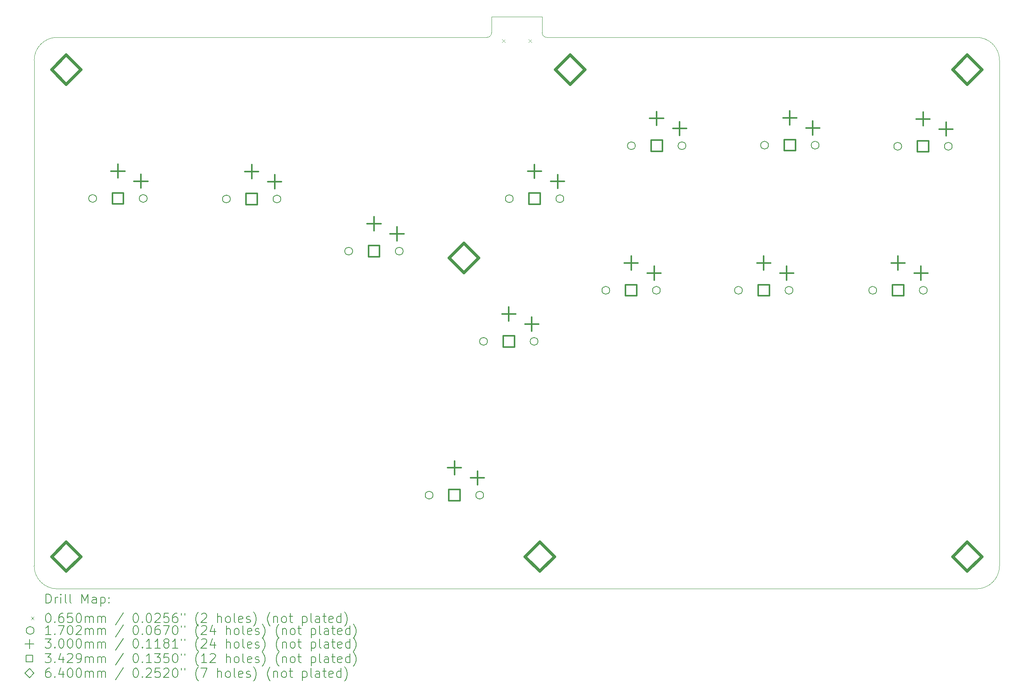
<source format=gbr>
%TF.GenerationSoftware,KiCad,Pcbnew,7.0.5*%
%TF.CreationDate,2023-10-21T15:47:48-07:00*%
%TF.ProjectId,VBox,56426f78-2e6b-4696-9361-645f70636258,rev?*%
%TF.SameCoordinates,Original*%
%TF.FileFunction,Drillmap*%
%TF.FilePolarity,Positive*%
%FSLAX45Y45*%
G04 Gerber Fmt 4.5, Leading zero omitted, Abs format (unit mm)*
G04 Created by KiCad (PCBNEW 7.0.5) date 2023-10-21 15:47:48*
%MOMM*%
%LPD*%
G01*
G04 APERTURE LIST*
%ADD10C,0.050000*%
%ADD11C,0.200000*%
%ADD12C,0.065000*%
%ADD13C,0.170180*%
%ADD14C,0.300000*%
%ADD15C,0.342900*%
%ADD16C,0.640000*%
G04 APERTURE END LIST*
D10*
X24790557Y-3274553D02*
G75*
G03*
X24290553Y-2774553I-500007J-7D01*
G01*
X4290553Y-2774553D02*
X13640553Y-2774553D01*
X13740553Y-2324553D02*
X14840553Y-2324553D01*
X14840553Y-2324553D02*
X14840553Y-2674553D01*
X4290553Y-2774553D02*
G75*
G03*
X3790553Y-3274553I0J-500000D01*
G01*
X3790553Y-14274553D02*
G75*
G03*
X4290553Y-14774553I500000J0D01*
G01*
X14940553Y-2774553D02*
X24290553Y-2774553D01*
X24290553Y-14774553D02*
G75*
G03*
X24790553Y-14274553I-3J500003D01*
G01*
X13640553Y-2774553D02*
G75*
G03*
X13740553Y-2674553I-3J100003D01*
G01*
X24290553Y-14774553D02*
X4290553Y-14774553D01*
X13740553Y-2674553D02*
X13740553Y-2324553D01*
X14840557Y-2674553D02*
G75*
G03*
X14940553Y-2774553I99993J-7D01*
G01*
X24790553Y-3274553D02*
X24790553Y-14274553D01*
X3790553Y-14274553D02*
X3790553Y-3274553D01*
D11*
D12*
X13969053Y-2817053D02*
X14034053Y-2882053D01*
X14034053Y-2817053D02*
X13969053Y-2882053D01*
X14547053Y-2817053D02*
X14612053Y-2882053D01*
X14612053Y-2817053D02*
X14547053Y-2882053D01*
D13*
X5148143Y-6279553D02*
G75*
G03*
X5148143Y-6279553I-85090J0D01*
G01*
X6248143Y-6279553D02*
G75*
G03*
X6248143Y-6279553I-85090J0D01*
G01*
X8057643Y-6291553D02*
G75*
G03*
X8057643Y-6291553I-85090J0D01*
G01*
X9157643Y-6291553D02*
G75*
G03*
X9157643Y-6291553I-85090J0D01*
G01*
X10717643Y-7426553D02*
G75*
G03*
X10717643Y-7426553I-85090J0D01*
G01*
X11817643Y-7426553D02*
G75*
G03*
X11817643Y-7426553I-85090J0D01*
G01*
X12467643Y-12736553D02*
G75*
G03*
X12467643Y-12736553I-85090J0D01*
G01*
X13567643Y-12736553D02*
G75*
G03*
X13567643Y-12736553I-85090J0D01*
G01*
X13650643Y-9389553D02*
G75*
G03*
X13650643Y-9389553I-85090J0D01*
G01*
X14211643Y-6285553D02*
G75*
G03*
X14211643Y-6285553I-85090J0D01*
G01*
X14750643Y-9389553D02*
G75*
G03*
X14750643Y-9389553I-85090J0D01*
G01*
X15311643Y-6285553D02*
G75*
G03*
X15311643Y-6285553I-85090J0D01*
G01*
X16311643Y-8278553D02*
G75*
G03*
X16311643Y-8278553I-85090J0D01*
G01*
X16867643Y-5132553D02*
G75*
G03*
X16867643Y-5132553I-85090J0D01*
G01*
X17411643Y-8278553D02*
G75*
G03*
X17411643Y-8278553I-85090J0D01*
G01*
X17967643Y-5132553D02*
G75*
G03*
X17967643Y-5132553I-85090J0D01*
G01*
X19196643Y-8278553D02*
G75*
G03*
X19196643Y-8278553I-85090J0D01*
G01*
X19764643Y-5120553D02*
G75*
G03*
X19764643Y-5120553I-85090J0D01*
G01*
X20296643Y-8278553D02*
G75*
G03*
X20296643Y-8278553I-85090J0D01*
G01*
X20864643Y-5120553D02*
G75*
G03*
X20864643Y-5120553I-85090J0D01*
G01*
X22117643Y-8278553D02*
G75*
G03*
X22117643Y-8278553I-85090J0D01*
G01*
X22661643Y-5144553D02*
G75*
G03*
X22661643Y-5144553I-85090J0D01*
G01*
X23217643Y-8278553D02*
G75*
G03*
X23217643Y-8278553I-85090J0D01*
G01*
X23761643Y-5144553D02*
G75*
G03*
X23761643Y-5144553I-85090J0D01*
G01*
D14*
X5613053Y-5534553D02*
X5613053Y-5834553D01*
X5463053Y-5684553D02*
X5763053Y-5684553D01*
X6113053Y-5754553D02*
X6113053Y-6054553D01*
X5963053Y-5904553D02*
X6263053Y-5904553D01*
X8522553Y-5546553D02*
X8522553Y-5846553D01*
X8372553Y-5696553D02*
X8672553Y-5696553D01*
X9022553Y-5766553D02*
X9022553Y-6066553D01*
X8872553Y-5916553D02*
X9172553Y-5916553D01*
X11182553Y-6681553D02*
X11182553Y-6981553D01*
X11032553Y-6831553D02*
X11332553Y-6831553D01*
X11682553Y-6901553D02*
X11682553Y-7201553D01*
X11532553Y-7051553D02*
X11832553Y-7051553D01*
X12932553Y-11991553D02*
X12932553Y-12291553D01*
X12782553Y-12141553D02*
X13082553Y-12141553D01*
X13432553Y-12211553D02*
X13432553Y-12511553D01*
X13282553Y-12361553D02*
X13582553Y-12361553D01*
X14115553Y-8644553D02*
X14115553Y-8944553D01*
X13965553Y-8794553D02*
X14265553Y-8794553D01*
X14615553Y-8864553D02*
X14615553Y-9164553D01*
X14465553Y-9014553D02*
X14765553Y-9014553D01*
X14676553Y-5540553D02*
X14676553Y-5840553D01*
X14526553Y-5690553D02*
X14826553Y-5690553D01*
X15176553Y-5760553D02*
X15176553Y-6060553D01*
X15026553Y-5910553D02*
X15326553Y-5910553D01*
X16776553Y-7533553D02*
X16776553Y-7833553D01*
X16626553Y-7683553D02*
X16926553Y-7683553D01*
X17276553Y-7753553D02*
X17276553Y-8053553D01*
X17126553Y-7903553D02*
X17426553Y-7903553D01*
X17332553Y-4387553D02*
X17332553Y-4687553D01*
X17182553Y-4537553D02*
X17482553Y-4537553D01*
X17832553Y-4607553D02*
X17832553Y-4907553D01*
X17682553Y-4757553D02*
X17982553Y-4757553D01*
X19661553Y-7533553D02*
X19661553Y-7833553D01*
X19511553Y-7683553D02*
X19811553Y-7683553D01*
X20161553Y-7753553D02*
X20161553Y-8053553D01*
X20011553Y-7903553D02*
X20311553Y-7903553D01*
X20229553Y-4375553D02*
X20229553Y-4675553D01*
X20079553Y-4525553D02*
X20379553Y-4525553D01*
X20729553Y-4595553D02*
X20729553Y-4895553D01*
X20579553Y-4745553D02*
X20879553Y-4745553D01*
X22582553Y-7533553D02*
X22582553Y-7833553D01*
X22432553Y-7683553D02*
X22732553Y-7683553D01*
X23082553Y-7753553D02*
X23082553Y-8053553D01*
X22932553Y-7903553D02*
X23232553Y-7903553D01*
X23126553Y-4399553D02*
X23126553Y-4699553D01*
X22976553Y-4549553D02*
X23276553Y-4549553D01*
X23626553Y-4619553D02*
X23626553Y-4919553D01*
X23476553Y-4769553D02*
X23776553Y-4769553D01*
D15*
X5734288Y-6400788D02*
X5734288Y-6158319D01*
X5491819Y-6158319D01*
X5491819Y-6400788D01*
X5734288Y-6400788D01*
X8643788Y-6412788D02*
X8643788Y-6170319D01*
X8401319Y-6170319D01*
X8401319Y-6412788D01*
X8643788Y-6412788D01*
X11303788Y-7547788D02*
X11303788Y-7305319D01*
X11061319Y-7305319D01*
X11061319Y-7547788D01*
X11303788Y-7547788D01*
X13053788Y-12857788D02*
X13053788Y-12615319D01*
X12811319Y-12615319D01*
X12811319Y-12857788D01*
X13053788Y-12857788D01*
X14236788Y-9510788D02*
X14236788Y-9268319D01*
X13994319Y-9268319D01*
X13994319Y-9510788D01*
X14236788Y-9510788D01*
X14797788Y-6406788D02*
X14797788Y-6164319D01*
X14555319Y-6164319D01*
X14555319Y-6406788D01*
X14797788Y-6406788D01*
X16897788Y-8399788D02*
X16897788Y-8157319D01*
X16655319Y-8157319D01*
X16655319Y-8399788D01*
X16897788Y-8399788D01*
X17453788Y-5253788D02*
X17453788Y-5011319D01*
X17211319Y-5011319D01*
X17211319Y-5253788D01*
X17453788Y-5253788D01*
X19782788Y-8399788D02*
X19782788Y-8157319D01*
X19540319Y-8157319D01*
X19540319Y-8399788D01*
X19782788Y-8399788D01*
X20350788Y-5241788D02*
X20350788Y-4999319D01*
X20108319Y-4999319D01*
X20108319Y-5241788D01*
X20350788Y-5241788D01*
X22703788Y-8399788D02*
X22703788Y-8157319D01*
X22461319Y-8157319D01*
X22461319Y-8399788D01*
X22703788Y-8399788D01*
X23247788Y-5265788D02*
X23247788Y-5023319D01*
X23005319Y-5023319D01*
X23005319Y-5265788D01*
X23247788Y-5265788D01*
D16*
X4490553Y-3794553D02*
X4810553Y-3474553D01*
X4490553Y-3154553D01*
X4170553Y-3474553D01*
X4490553Y-3794553D01*
X4490553Y-14394553D02*
X4810553Y-14074553D01*
X4490553Y-13754553D01*
X4170553Y-14074553D01*
X4490553Y-14394553D01*
X13140553Y-7894553D02*
X13460553Y-7574553D01*
X13140553Y-7254553D01*
X12820553Y-7574553D01*
X13140553Y-7894553D01*
X14790553Y-14394553D02*
X15110553Y-14074553D01*
X14790553Y-13754553D01*
X14470553Y-14074553D01*
X14790553Y-14394553D01*
X15450553Y-3794553D02*
X15770553Y-3474553D01*
X15450553Y-3154553D01*
X15130553Y-3474553D01*
X15450553Y-3794553D01*
X24090553Y-3794553D02*
X24410553Y-3474553D01*
X24090553Y-3154553D01*
X23770553Y-3474553D01*
X24090553Y-3794553D01*
X24090553Y-14394553D02*
X24410553Y-14074553D01*
X24090553Y-13754553D01*
X23770553Y-14074553D01*
X24090553Y-14394553D01*
D11*
X4048830Y-15088537D02*
X4048830Y-14888537D01*
X4048830Y-14888537D02*
X4096449Y-14888537D01*
X4096449Y-14888537D02*
X4125021Y-14898061D01*
X4125021Y-14898061D02*
X4144068Y-14917109D01*
X4144068Y-14917109D02*
X4153592Y-14936156D01*
X4153592Y-14936156D02*
X4163116Y-14974251D01*
X4163116Y-14974251D02*
X4163116Y-15002823D01*
X4163116Y-15002823D02*
X4153592Y-15040918D01*
X4153592Y-15040918D02*
X4144068Y-15059966D01*
X4144068Y-15059966D02*
X4125021Y-15079013D01*
X4125021Y-15079013D02*
X4096449Y-15088537D01*
X4096449Y-15088537D02*
X4048830Y-15088537D01*
X4248830Y-15088537D02*
X4248830Y-14955204D01*
X4248830Y-14993299D02*
X4258354Y-14974251D01*
X4258354Y-14974251D02*
X4267878Y-14964728D01*
X4267878Y-14964728D02*
X4286925Y-14955204D01*
X4286925Y-14955204D02*
X4305973Y-14955204D01*
X4372640Y-15088537D02*
X4372640Y-14955204D01*
X4372640Y-14888537D02*
X4363116Y-14898061D01*
X4363116Y-14898061D02*
X4372640Y-14907585D01*
X4372640Y-14907585D02*
X4382164Y-14898061D01*
X4382164Y-14898061D02*
X4372640Y-14888537D01*
X4372640Y-14888537D02*
X4372640Y-14907585D01*
X4496449Y-15088537D02*
X4477402Y-15079013D01*
X4477402Y-15079013D02*
X4467878Y-15059966D01*
X4467878Y-15059966D02*
X4467878Y-14888537D01*
X4601211Y-15088537D02*
X4582164Y-15079013D01*
X4582164Y-15079013D02*
X4572640Y-15059966D01*
X4572640Y-15059966D02*
X4572640Y-14888537D01*
X4829783Y-15088537D02*
X4829783Y-14888537D01*
X4829783Y-14888537D02*
X4896449Y-15031394D01*
X4896449Y-15031394D02*
X4963116Y-14888537D01*
X4963116Y-14888537D02*
X4963116Y-15088537D01*
X5144068Y-15088537D02*
X5144068Y-14983775D01*
X5144068Y-14983775D02*
X5134545Y-14964728D01*
X5134545Y-14964728D02*
X5115497Y-14955204D01*
X5115497Y-14955204D02*
X5077402Y-14955204D01*
X5077402Y-14955204D02*
X5058354Y-14964728D01*
X5144068Y-15079013D02*
X5125021Y-15088537D01*
X5125021Y-15088537D02*
X5077402Y-15088537D01*
X5077402Y-15088537D02*
X5058354Y-15079013D01*
X5058354Y-15079013D02*
X5048830Y-15059966D01*
X5048830Y-15059966D02*
X5048830Y-15040918D01*
X5048830Y-15040918D02*
X5058354Y-15021870D01*
X5058354Y-15021870D02*
X5077402Y-15012347D01*
X5077402Y-15012347D02*
X5125021Y-15012347D01*
X5125021Y-15012347D02*
X5144068Y-15002823D01*
X5239306Y-14955204D02*
X5239306Y-15155204D01*
X5239306Y-14964728D02*
X5258354Y-14955204D01*
X5258354Y-14955204D02*
X5296449Y-14955204D01*
X5296449Y-14955204D02*
X5315497Y-14964728D01*
X5315497Y-14964728D02*
X5325021Y-14974251D01*
X5325021Y-14974251D02*
X5334545Y-14993299D01*
X5334545Y-14993299D02*
X5334545Y-15050442D01*
X5334545Y-15050442D02*
X5325021Y-15069489D01*
X5325021Y-15069489D02*
X5315497Y-15079013D01*
X5315497Y-15079013D02*
X5296449Y-15088537D01*
X5296449Y-15088537D02*
X5258354Y-15088537D01*
X5258354Y-15088537D02*
X5239306Y-15079013D01*
X5420259Y-15069489D02*
X5429783Y-15079013D01*
X5429783Y-15079013D02*
X5420259Y-15088537D01*
X5420259Y-15088537D02*
X5410735Y-15079013D01*
X5410735Y-15079013D02*
X5420259Y-15069489D01*
X5420259Y-15069489D02*
X5420259Y-15088537D01*
X5420259Y-14964728D02*
X5429783Y-14974251D01*
X5429783Y-14974251D02*
X5420259Y-14983775D01*
X5420259Y-14983775D02*
X5410735Y-14974251D01*
X5410735Y-14974251D02*
X5420259Y-14964728D01*
X5420259Y-14964728D02*
X5420259Y-14983775D01*
D12*
X3723053Y-15384553D02*
X3788053Y-15449553D01*
X3788053Y-15384553D02*
X3723053Y-15449553D01*
D11*
X4086925Y-15308537D02*
X4105973Y-15308537D01*
X4105973Y-15308537D02*
X4125021Y-15318061D01*
X4125021Y-15318061D02*
X4134544Y-15327585D01*
X4134544Y-15327585D02*
X4144068Y-15346632D01*
X4144068Y-15346632D02*
X4153592Y-15384728D01*
X4153592Y-15384728D02*
X4153592Y-15432347D01*
X4153592Y-15432347D02*
X4144068Y-15470442D01*
X4144068Y-15470442D02*
X4134544Y-15489489D01*
X4134544Y-15489489D02*
X4125021Y-15499013D01*
X4125021Y-15499013D02*
X4105973Y-15508537D01*
X4105973Y-15508537D02*
X4086925Y-15508537D01*
X4086925Y-15508537D02*
X4067878Y-15499013D01*
X4067878Y-15499013D02*
X4058354Y-15489489D01*
X4058354Y-15489489D02*
X4048830Y-15470442D01*
X4048830Y-15470442D02*
X4039306Y-15432347D01*
X4039306Y-15432347D02*
X4039306Y-15384728D01*
X4039306Y-15384728D02*
X4048830Y-15346632D01*
X4048830Y-15346632D02*
X4058354Y-15327585D01*
X4058354Y-15327585D02*
X4067878Y-15318061D01*
X4067878Y-15318061D02*
X4086925Y-15308537D01*
X4239306Y-15489489D02*
X4248830Y-15499013D01*
X4248830Y-15499013D02*
X4239306Y-15508537D01*
X4239306Y-15508537D02*
X4229783Y-15499013D01*
X4229783Y-15499013D02*
X4239306Y-15489489D01*
X4239306Y-15489489D02*
X4239306Y-15508537D01*
X4420259Y-15308537D02*
X4382164Y-15308537D01*
X4382164Y-15308537D02*
X4363116Y-15318061D01*
X4363116Y-15318061D02*
X4353592Y-15327585D01*
X4353592Y-15327585D02*
X4334545Y-15356156D01*
X4334545Y-15356156D02*
X4325021Y-15394251D01*
X4325021Y-15394251D02*
X4325021Y-15470442D01*
X4325021Y-15470442D02*
X4334545Y-15489489D01*
X4334545Y-15489489D02*
X4344068Y-15499013D01*
X4344068Y-15499013D02*
X4363116Y-15508537D01*
X4363116Y-15508537D02*
X4401211Y-15508537D01*
X4401211Y-15508537D02*
X4420259Y-15499013D01*
X4420259Y-15499013D02*
X4429783Y-15489489D01*
X4429783Y-15489489D02*
X4439306Y-15470442D01*
X4439306Y-15470442D02*
X4439306Y-15422823D01*
X4439306Y-15422823D02*
X4429783Y-15403775D01*
X4429783Y-15403775D02*
X4420259Y-15394251D01*
X4420259Y-15394251D02*
X4401211Y-15384728D01*
X4401211Y-15384728D02*
X4363116Y-15384728D01*
X4363116Y-15384728D02*
X4344068Y-15394251D01*
X4344068Y-15394251D02*
X4334545Y-15403775D01*
X4334545Y-15403775D02*
X4325021Y-15422823D01*
X4620259Y-15308537D02*
X4525021Y-15308537D01*
X4525021Y-15308537D02*
X4515497Y-15403775D01*
X4515497Y-15403775D02*
X4525021Y-15394251D01*
X4525021Y-15394251D02*
X4544068Y-15384728D01*
X4544068Y-15384728D02*
X4591687Y-15384728D01*
X4591687Y-15384728D02*
X4610735Y-15394251D01*
X4610735Y-15394251D02*
X4620259Y-15403775D01*
X4620259Y-15403775D02*
X4629783Y-15422823D01*
X4629783Y-15422823D02*
X4629783Y-15470442D01*
X4629783Y-15470442D02*
X4620259Y-15489489D01*
X4620259Y-15489489D02*
X4610735Y-15499013D01*
X4610735Y-15499013D02*
X4591687Y-15508537D01*
X4591687Y-15508537D02*
X4544068Y-15508537D01*
X4544068Y-15508537D02*
X4525021Y-15499013D01*
X4525021Y-15499013D02*
X4515497Y-15489489D01*
X4753592Y-15308537D02*
X4772640Y-15308537D01*
X4772640Y-15308537D02*
X4791687Y-15318061D01*
X4791687Y-15318061D02*
X4801211Y-15327585D01*
X4801211Y-15327585D02*
X4810735Y-15346632D01*
X4810735Y-15346632D02*
X4820259Y-15384728D01*
X4820259Y-15384728D02*
X4820259Y-15432347D01*
X4820259Y-15432347D02*
X4810735Y-15470442D01*
X4810735Y-15470442D02*
X4801211Y-15489489D01*
X4801211Y-15489489D02*
X4791687Y-15499013D01*
X4791687Y-15499013D02*
X4772640Y-15508537D01*
X4772640Y-15508537D02*
X4753592Y-15508537D01*
X4753592Y-15508537D02*
X4734545Y-15499013D01*
X4734545Y-15499013D02*
X4725021Y-15489489D01*
X4725021Y-15489489D02*
X4715497Y-15470442D01*
X4715497Y-15470442D02*
X4705973Y-15432347D01*
X4705973Y-15432347D02*
X4705973Y-15384728D01*
X4705973Y-15384728D02*
X4715497Y-15346632D01*
X4715497Y-15346632D02*
X4725021Y-15327585D01*
X4725021Y-15327585D02*
X4734545Y-15318061D01*
X4734545Y-15318061D02*
X4753592Y-15308537D01*
X4905973Y-15508537D02*
X4905973Y-15375204D01*
X4905973Y-15394251D02*
X4915497Y-15384728D01*
X4915497Y-15384728D02*
X4934545Y-15375204D01*
X4934545Y-15375204D02*
X4963116Y-15375204D01*
X4963116Y-15375204D02*
X4982164Y-15384728D01*
X4982164Y-15384728D02*
X4991687Y-15403775D01*
X4991687Y-15403775D02*
X4991687Y-15508537D01*
X4991687Y-15403775D02*
X5001211Y-15384728D01*
X5001211Y-15384728D02*
X5020259Y-15375204D01*
X5020259Y-15375204D02*
X5048830Y-15375204D01*
X5048830Y-15375204D02*
X5067878Y-15384728D01*
X5067878Y-15384728D02*
X5077402Y-15403775D01*
X5077402Y-15403775D02*
X5077402Y-15508537D01*
X5172640Y-15508537D02*
X5172640Y-15375204D01*
X5172640Y-15394251D02*
X5182164Y-15384728D01*
X5182164Y-15384728D02*
X5201211Y-15375204D01*
X5201211Y-15375204D02*
X5229783Y-15375204D01*
X5229783Y-15375204D02*
X5248830Y-15384728D01*
X5248830Y-15384728D02*
X5258354Y-15403775D01*
X5258354Y-15403775D02*
X5258354Y-15508537D01*
X5258354Y-15403775D02*
X5267878Y-15384728D01*
X5267878Y-15384728D02*
X5286926Y-15375204D01*
X5286926Y-15375204D02*
X5315497Y-15375204D01*
X5315497Y-15375204D02*
X5334545Y-15384728D01*
X5334545Y-15384728D02*
X5344068Y-15403775D01*
X5344068Y-15403775D02*
X5344068Y-15508537D01*
X5734545Y-15299013D02*
X5563116Y-15556156D01*
X5991687Y-15308537D02*
X6010735Y-15308537D01*
X6010735Y-15308537D02*
X6029783Y-15318061D01*
X6029783Y-15318061D02*
X6039307Y-15327585D01*
X6039307Y-15327585D02*
X6048830Y-15346632D01*
X6048830Y-15346632D02*
X6058354Y-15384728D01*
X6058354Y-15384728D02*
X6058354Y-15432347D01*
X6058354Y-15432347D02*
X6048830Y-15470442D01*
X6048830Y-15470442D02*
X6039307Y-15489489D01*
X6039307Y-15489489D02*
X6029783Y-15499013D01*
X6029783Y-15499013D02*
X6010735Y-15508537D01*
X6010735Y-15508537D02*
X5991687Y-15508537D01*
X5991687Y-15508537D02*
X5972640Y-15499013D01*
X5972640Y-15499013D02*
X5963116Y-15489489D01*
X5963116Y-15489489D02*
X5953592Y-15470442D01*
X5953592Y-15470442D02*
X5944068Y-15432347D01*
X5944068Y-15432347D02*
X5944068Y-15384728D01*
X5944068Y-15384728D02*
X5953592Y-15346632D01*
X5953592Y-15346632D02*
X5963116Y-15327585D01*
X5963116Y-15327585D02*
X5972640Y-15318061D01*
X5972640Y-15318061D02*
X5991687Y-15308537D01*
X6144068Y-15489489D02*
X6153592Y-15499013D01*
X6153592Y-15499013D02*
X6144068Y-15508537D01*
X6144068Y-15508537D02*
X6134545Y-15499013D01*
X6134545Y-15499013D02*
X6144068Y-15489489D01*
X6144068Y-15489489D02*
X6144068Y-15508537D01*
X6277402Y-15308537D02*
X6296449Y-15308537D01*
X6296449Y-15308537D02*
X6315497Y-15318061D01*
X6315497Y-15318061D02*
X6325021Y-15327585D01*
X6325021Y-15327585D02*
X6334545Y-15346632D01*
X6334545Y-15346632D02*
X6344068Y-15384728D01*
X6344068Y-15384728D02*
X6344068Y-15432347D01*
X6344068Y-15432347D02*
X6334545Y-15470442D01*
X6334545Y-15470442D02*
X6325021Y-15489489D01*
X6325021Y-15489489D02*
X6315497Y-15499013D01*
X6315497Y-15499013D02*
X6296449Y-15508537D01*
X6296449Y-15508537D02*
X6277402Y-15508537D01*
X6277402Y-15508537D02*
X6258354Y-15499013D01*
X6258354Y-15499013D02*
X6248830Y-15489489D01*
X6248830Y-15489489D02*
X6239307Y-15470442D01*
X6239307Y-15470442D02*
X6229783Y-15432347D01*
X6229783Y-15432347D02*
X6229783Y-15384728D01*
X6229783Y-15384728D02*
X6239307Y-15346632D01*
X6239307Y-15346632D02*
X6248830Y-15327585D01*
X6248830Y-15327585D02*
X6258354Y-15318061D01*
X6258354Y-15318061D02*
X6277402Y-15308537D01*
X6420259Y-15327585D02*
X6429783Y-15318061D01*
X6429783Y-15318061D02*
X6448830Y-15308537D01*
X6448830Y-15308537D02*
X6496449Y-15308537D01*
X6496449Y-15308537D02*
X6515497Y-15318061D01*
X6515497Y-15318061D02*
X6525021Y-15327585D01*
X6525021Y-15327585D02*
X6534545Y-15346632D01*
X6534545Y-15346632D02*
X6534545Y-15365680D01*
X6534545Y-15365680D02*
X6525021Y-15394251D01*
X6525021Y-15394251D02*
X6410735Y-15508537D01*
X6410735Y-15508537D02*
X6534545Y-15508537D01*
X6715497Y-15308537D02*
X6620259Y-15308537D01*
X6620259Y-15308537D02*
X6610735Y-15403775D01*
X6610735Y-15403775D02*
X6620259Y-15394251D01*
X6620259Y-15394251D02*
X6639307Y-15384728D01*
X6639307Y-15384728D02*
X6686926Y-15384728D01*
X6686926Y-15384728D02*
X6705973Y-15394251D01*
X6705973Y-15394251D02*
X6715497Y-15403775D01*
X6715497Y-15403775D02*
X6725021Y-15422823D01*
X6725021Y-15422823D02*
X6725021Y-15470442D01*
X6725021Y-15470442D02*
X6715497Y-15489489D01*
X6715497Y-15489489D02*
X6705973Y-15499013D01*
X6705973Y-15499013D02*
X6686926Y-15508537D01*
X6686926Y-15508537D02*
X6639307Y-15508537D01*
X6639307Y-15508537D02*
X6620259Y-15499013D01*
X6620259Y-15499013D02*
X6610735Y-15489489D01*
X6896449Y-15308537D02*
X6858354Y-15308537D01*
X6858354Y-15308537D02*
X6839307Y-15318061D01*
X6839307Y-15318061D02*
X6829783Y-15327585D01*
X6829783Y-15327585D02*
X6810735Y-15356156D01*
X6810735Y-15356156D02*
X6801211Y-15394251D01*
X6801211Y-15394251D02*
X6801211Y-15470442D01*
X6801211Y-15470442D02*
X6810735Y-15489489D01*
X6810735Y-15489489D02*
X6820259Y-15499013D01*
X6820259Y-15499013D02*
X6839307Y-15508537D01*
X6839307Y-15508537D02*
X6877402Y-15508537D01*
X6877402Y-15508537D02*
X6896449Y-15499013D01*
X6896449Y-15499013D02*
X6905973Y-15489489D01*
X6905973Y-15489489D02*
X6915497Y-15470442D01*
X6915497Y-15470442D02*
X6915497Y-15422823D01*
X6915497Y-15422823D02*
X6905973Y-15403775D01*
X6905973Y-15403775D02*
X6896449Y-15394251D01*
X6896449Y-15394251D02*
X6877402Y-15384728D01*
X6877402Y-15384728D02*
X6839307Y-15384728D01*
X6839307Y-15384728D02*
X6820259Y-15394251D01*
X6820259Y-15394251D02*
X6810735Y-15403775D01*
X6810735Y-15403775D02*
X6801211Y-15422823D01*
X6991688Y-15308537D02*
X6991688Y-15346632D01*
X7067878Y-15308537D02*
X7067878Y-15346632D01*
X7363116Y-15584728D02*
X7353592Y-15575204D01*
X7353592Y-15575204D02*
X7334545Y-15546632D01*
X7334545Y-15546632D02*
X7325021Y-15527585D01*
X7325021Y-15527585D02*
X7315497Y-15499013D01*
X7315497Y-15499013D02*
X7305973Y-15451394D01*
X7305973Y-15451394D02*
X7305973Y-15413299D01*
X7305973Y-15413299D02*
X7315497Y-15365680D01*
X7315497Y-15365680D02*
X7325021Y-15337109D01*
X7325021Y-15337109D02*
X7334545Y-15318061D01*
X7334545Y-15318061D02*
X7353592Y-15289489D01*
X7353592Y-15289489D02*
X7363116Y-15279966D01*
X7429783Y-15327585D02*
X7439307Y-15318061D01*
X7439307Y-15318061D02*
X7458354Y-15308537D01*
X7458354Y-15308537D02*
X7505973Y-15308537D01*
X7505973Y-15308537D02*
X7525021Y-15318061D01*
X7525021Y-15318061D02*
X7534545Y-15327585D01*
X7534545Y-15327585D02*
X7544069Y-15346632D01*
X7544069Y-15346632D02*
X7544069Y-15365680D01*
X7544069Y-15365680D02*
X7534545Y-15394251D01*
X7534545Y-15394251D02*
X7420259Y-15508537D01*
X7420259Y-15508537D02*
X7544069Y-15508537D01*
X7782164Y-15508537D02*
X7782164Y-15308537D01*
X7867878Y-15508537D02*
X7867878Y-15403775D01*
X7867878Y-15403775D02*
X7858354Y-15384728D01*
X7858354Y-15384728D02*
X7839307Y-15375204D01*
X7839307Y-15375204D02*
X7810735Y-15375204D01*
X7810735Y-15375204D02*
X7791688Y-15384728D01*
X7791688Y-15384728D02*
X7782164Y-15394251D01*
X7991688Y-15508537D02*
X7972640Y-15499013D01*
X7972640Y-15499013D02*
X7963116Y-15489489D01*
X7963116Y-15489489D02*
X7953592Y-15470442D01*
X7953592Y-15470442D02*
X7953592Y-15413299D01*
X7953592Y-15413299D02*
X7963116Y-15394251D01*
X7963116Y-15394251D02*
X7972640Y-15384728D01*
X7972640Y-15384728D02*
X7991688Y-15375204D01*
X7991688Y-15375204D02*
X8020259Y-15375204D01*
X8020259Y-15375204D02*
X8039307Y-15384728D01*
X8039307Y-15384728D02*
X8048831Y-15394251D01*
X8048831Y-15394251D02*
X8058354Y-15413299D01*
X8058354Y-15413299D02*
X8058354Y-15470442D01*
X8058354Y-15470442D02*
X8048831Y-15489489D01*
X8048831Y-15489489D02*
X8039307Y-15499013D01*
X8039307Y-15499013D02*
X8020259Y-15508537D01*
X8020259Y-15508537D02*
X7991688Y-15508537D01*
X8172640Y-15508537D02*
X8153592Y-15499013D01*
X8153592Y-15499013D02*
X8144069Y-15479966D01*
X8144069Y-15479966D02*
X8144069Y-15308537D01*
X8325021Y-15499013D02*
X8305973Y-15508537D01*
X8305973Y-15508537D02*
X8267878Y-15508537D01*
X8267878Y-15508537D02*
X8248831Y-15499013D01*
X8248831Y-15499013D02*
X8239307Y-15479966D01*
X8239307Y-15479966D02*
X8239307Y-15403775D01*
X8239307Y-15403775D02*
X8248831Y-15384728D01*
X8248831Y-15384728D02*
X8267878Y-15375204D01*
X8267878Y-15375204D02*
X8305973Y-15375204D01*
X8305973Y-15375204D02*
X8325021Y-15384728D01*
X8325021Y-15384728D02*
X8334545Y-15403775D01*
X8334545Y-15403775D02*
X8334545Y-15422823D01*
X8334545Y-15422823D02*
X8239307Y-15441870D01*
X8410735Y-15499013D02*
X8429783Y-15508537D01*
X8429783Y-15508537D02*
X8467878Y-15508537D01*
X8467878Y-15508537D02*
X8486926Y-15499013D01*
X8486926Y-15499013D02*
X8496450Y-15479966D01*
X8496450Y-15479966D02*
X8496450Y-15470442D01*
X8496450Y-15470442D02*
X8486926Y-15451394D01*
X8486926Y-15451394D02*
X8467878Y-15441870D01*
X8467878Y-15441870D02*
X8439307Y-15441870D01*
X8439307Y-15441870D02*
X8420259Y-15432347D01*
X8420259Y-15432347D02*
X8410735Y-15413299D01*
X8410735Y-15413299D02*
X8410735Y-15403775D01*
X8410735Y-15403775D02*
X8420259Y-15384728D01*
X8420259Y-15384728D02*
X8439307Y-15375204D01*
X8439307Y-15375204D02*
X8467878Y-15375204D01*
X8467878Y-15375204D02*
X8486926Y-15384728D01*
X8563116Y-15584728D02*
X8572640Y-15575204D01*
X8572640Y-15575204D02*
X8591688Y-15546632D01*
X8591688Y-15546632D02*
X8601212Y-15527585D01*
X8601212Y-15527585D02*
X8610735Y-15499013D01*
X8610735Y-15499013D02*
X8620259Y-15451394D01*
X8620259Y-15451394D02*
X8620259Y-15413299D01*
X8620259Y-15413299D02*
X8610735Y-15365680D01*
X8610735Y-15365680D02*
X8601212Y-15337109D01*
X8601212Y-15337109D02*
X8591688Y-15318061D01*
X8591688Y-15318061D02*
X8572640Y-15289489D01*
X8572640Y-15289489D02*
X8563116Y-15279966D01*
X8925021Y-15584728D02*
X8915497Y-15575204D01*
X8915497Y-15575204D02*
X8896450Y-15546632D01*
X8896450Y-15546632D02*
X8886926Y-15527585D01*
X8886926Y-15527585D02*
X8877402Y-15499013D01*
X8877402Y-15499013D02*
X8867878Y-15451394D01*
X8867878Y-15451394D02*
X8867878Y-15413299D01*
X8867878Y-15413299D02*
X8877402Y-15365680D01*
X8877402Y-15365680D02*
X8886926Y-15337109D01*
X8886926Y-15337109D02*
X8896450Y-15318061D01*
X8896450Y-15318061D02*
X8915497Y-15289489D01*
X8915497Y-15289489D02*
X8925021Y-15279966D01*
X9001212Y-15375204D02*
X9001212Y-15508537D01*
X9001212Y-15394251D02*
X9010735Y-15384728D01*
X9010735Y-15384728D02*
X9029783Y-15375204D01*
X9029783Y-15375204D02*
X9058355Y-15375204D01*
X9058355Y-15375204D02*
X9077402Y-15384728D01*
X9077402Y-15384728D02*
X9086926Y-15403775D01*
X9086926Y-15403775D02*
X9086926Y-15508537D01*
X9210735Y-15508537D02*
X9191688Y-15499013D01*
X9191688Y-15499013D02*
X9182164Y-15489489D01*
X9182164Y-15489489D02*
X9172640Y-15470442D01*
X9172640Y-15470442D02*
X9172640Y-15413299D01*
X9172640Y-15413299D02*
X9182164Y-15394251D01*
X9182164Y-15394251D02*
X9191688Y-15384728D01*
X9191688Y-15384728D02*
X9210735Y-15375204D01*
X9210735Y-15375204D02*
X9239307Y-15375204D01*
X9239307Y-15375204D02*
X9258355Y-15384728D01*
X9258355Y-15384728D02*
X9267878Y-15394251D01*
X9267878Y-15394251D02*
X9277402Y-15413299D01*
X9277402Y-15413299D02*
X9277402Y-15470442D01*
X9277402Y-15470442D02*
X9267878Y-15489489D01*
X9267878Y-15489489D02*
X9258355Y-15499013D01*
X9258355Y-15499013D02*
X9239307Y-15508537D01*
X9239307Y-15508537D02*
X9210735Y-15508537D01*
X9334545Y-15375204D02*
X9410735Y-15375204D01*
X9363116Y-15308537D02*
X9363116Y-15479966D01*
X9363116Y-15479966D02*
X9372640Y-15499013D01*
X9372640Y-15499013D02*
X9391688Y-15508537D01*
X9391688Y-15508537D02*
X9410735Y-15508537D01*
X9629783Y-15375204D02*
X9629783Y-15575204D01*
X9629783Y-15384728D02*
X9648831Y-15375204D01*
X9648831Y-15375204D02*
X9686926Y-15375204D01*
X9686926Y-15375204D02*
X9705974Y-15384728D01*
X9705974Y-15384728D02*
X9715497Y-15394251D01*
X9715497Y-15394251D02*
X9725021Y-15413299D01*
X9725021Y-15413299D02*
X9725021Y-15470442D01*
X9725021Y-15470442D02*
X9715497Y-15489489D01*
X9715497Y-15489489D02*
X9705974Y-15499013D01*
X9705974Y-15499013D02*
X9686926Y-15508537D01*
X9686926Y-15508537D02*
X9648831Y-15508537D01*
X9648831Y-15508537D02*
X9629783Y-15499013D01*
X9839307Y-15508537D02*
X9820259Y-15499013D01*
X9820259Y-15499013D02*
X9810736Y-15479966D01*
X9810736Y-15479966D02*
X9810736Y-15308537D01*
X10001212Y-15508537D02*
X10001212Y-15403775D01*
X10001212Y-15403775D02*
X9991688Y-15384728D01*
X9991688Y-15384728D02*
X9972640Y-15375204D01*
X9972640Y-15375204D02*
X9934545Y-15375204D01*
X9934545Y-15375204D02*
X9915497Y-15384728D01*
X10001212Y-15499013D02*
X9982164Y-15508537D01*
X9982164Y-15508537D02*
X9934545Y-15508537D01*
X9934545Y-15508537D02*
X9915497Y-15499013D01*
X9915497Y-15499013D02*
X9905974Y-15479966D01*
X9905974Y-15479966D02*
X9905974Y-15460918D01*
X9905974Y-15460918D02*
X9915497Y-15441870D01*
X9915497Y-15441870D02*
X9934545Y-15432347D01*
X9934545Y-15432347D02*
X9982164Y-15432347D01*
X9982164Y-15432347D02*
X10001212Y-15422823D01*
X10067878Y-15375204D02*
X10144069Y-15375204D01*
X10096450Y-15308537D02*
X10096450Y-15479966D01*
X10096450Y-15479966D02*
X10105974Y-15499013D01*
X10105974Y-15499013D02*
X10125021Y-15508537D01*
X10125021Y-15508537D02*
X10144069Y-15508537D01*
X10286926Y-15499013D02*
X10267878Y-15508537D01*
X10267878Y-15508537D02*
X10229783Y-15508537D01*
X10229783Y-15508537D02*
X10210736Y-15499013D01*
X10210736Y-15499013D02*
X10201212Y-15479966D01*
X10201212Y-15479966D02*
X10201212Y-15403775D01*
X10201212Y-15403775D02*
X10210736Y-15384728D01*
X10210736Y-15384728D02*
X10229783Y-15375204D01*
X10229783Y-15375204D02*
X10267878Y-15375204D01*
X10267878Y-15375204D02*
X10286926Y-15384728D01*
X10286926Y-15384728D02*
X10296450Y-15403775D01*
X10296450Y-15403775D02*
X10296450Y-15422823D01*
X10296450Y-15422823D02*
X10201212Y-15441870D01*
X10467878Y-15508537D02*
X10467878Y-15308537D01*
X10467878Y-15499013D02*
X10448831Y-15508537D01*
X10448831Y-15508537D02*
X10410736Y-15508537D01*
X10410736Y-15508537D02*
X10391688Y-15499013D01*
X10391688Y-15499013D02*
X10382164Y-15489489D01*
X10382164Y-15489489D02*
X10372640Y-15470442D01*
X10372640Y-15470442D02*
X10372640Y-15413299D01*
X10372640Y-15413299D02*
X10382164Y-15394251D01*
X10382164Y-15394251D02*
X10391688Y-15384728D01*
X10391688Y-15384728D02*
X10410736Y-15375204D01*
X10410736Y-15375204D02*
X10448831Y-15375204D01*
X10448831Y-15375204D02*
X10467878Y-15384728D01*
X10544069Y-15584728D02*
X10553593Y-15575204D01*
X10553593Y-15575204D02*
X10572640Y-15546632D01*
X10572640Y-15546632D02*
X10582164Y-15527585D01*
X10582164Y-15527585D02*
X10591688Y-15499013D01*
X10591688Y-15499013D02*
X10601212Y-15451394D01*
X10601212Y-15451394D02*
X10601212Y-15413299D01*
X10601212Y-15413299D02*
X10591688Y-15365680D01*
X10591688Y-15365680D02*
X10582164Y-15337109D01*
X10582164Y-15337109D02*
X10572640Y-15318061D01*
X10572640Y-15318061D02*
X10553593Y-15289489D01*
X10553593Y-15289489D02*
X10544069Y-15279966D01*
D13*
X3788053Y-15681053D02*
G75*
G03*
X3788053Y-15681053I-85090J0D01*
G01*
D11*
X4153592Y-15772537D02*
X4039306Y-15772537D01*
X4096449Y-15772537D02*
X4096449Y-15572537D01*
X4096449Y-15572537D02*
X4077402Y-15601109D01*
X4077402Y-15601109D02*
X4058354Y-15620156D01*
X4058354Y-15620156D02*
X4039306Y-15629680D01*
X4239306Y-15753489D02*
X4248830Y-15763013D01*
X4248830Y-15763013D02*
X4239306Y-15772537D01*
X4239306Y-15772537D02*
X4229783Y-15763013D01*
X4229783Y-15763013D02*
X4239306Y-15753489D01*
X4239306Y-15753489D02*
X4239306Y-15772537D01*
X4315497Y-15572537D02*
X4448830Y-15572537D01*
X4448830Y-15572537D02*
X4363116Y-15772537D01*
X4563116Y-15572537D02*
X4582164Y-15572537D01*
X4582164Y-15572537D02*
X4601211Y-15582061D01*
X4601211Y-15582061D02*
X4610735Y-15591585D01*
X4610735Y-15591585D02*
X4620259Y-15610632D01*
X4620259Y-15610632D02*
X4629783Y-15648728D01*
X4629783Y-15648728D02*
X4629783Y-15696347D01*
X4629783Y-15696347D02*
X4620259Y-15734442D01*
X4620259Y-15734442D02*
X4610735Y-15753489D01*
X4610735Y-15753489D02*
X4601211Y-15763013D01*
X4601211Y-15763013D02*
X4582164Y-15772537D01*
X4582164Y-15772537D02*
X4563116Y-15772537D01*
X4563116Y-15772537D02*
X4544068Y-15763013D01*
X4544068Y-15763013D02*
X4534545Y-15753489D01*
X4534545Y-15753489D02*
X4525021Y-15734442D01*
X4525021Y-15734442D02*
X4515497Y-15696347D01*
X4515497Y-15696347D02*
X4515497Y-15648728D01*
X4515497Y-15648728D02*
X4525021Y-15610632D01*
X4525021Y-15610632D02*
X4534545Y-15591585D01*
X4534545Y-15591585D02*
X4544068Y-15582061D01*
X4544068Y-15582061D02*
X4563116Y-15572537D01*
X4705973Y-15591585D02*
X4715497Y-15582061D01*
X4715497Y-15582061D02*
X4734545Y-15572537D01*
X4734545Y-15572537D02*
X4782164Y-15572537D01*
X4782164Y-15572537D02*
X4801211Y-15582061D01*
X4801211Y-15582061D02*
X4810735Y-15591585D01*
X4810735Y-15591585D02*
X4820259Y-15610632D01*
X4820259Y-15610632D02*
X4820259Y-15629680D01*
X4820259Y-15629680D02*
X4810735Y-15658251D01*
X4810735Y-15658251D02*
X4696449Y-15772537D01*
X4696449Y-15772537D02*
X4820259Y-15772537D01*
X4905973Y-15772537D02*
X4905973Y-15639204D01*
X4905973Y-15658251D02*
X4915497Y-15648728D01*
X4915497Y-15648728D02*
X4934545Y-15639204D01*
X4934545Y-15639204D02*
X4963116Y-15639204D01*
X4963116Y-15639204D02*
X4982164Y-15648728D01*
X4982164Y-15648728D02*
X4991687Y-15667775D01*
X4991687Y-15667775D02*
X4991687Y-15772537D01*
X4991687Y-15667775D02*
X5001211Y-15648728D01*
X5001211Y-15648728D02*
X5020259Y-15639204D01*
X5020259Y-15639204D02*
X5048830Y-15639204D01*
X5048830Y-15639204D02*
X5067878Y-15648728D01*
X5067878Y-15648728D02*
X5077402Y-15667775D01*
X5077402Y-15667775D02*
X5077402Y-15772537D01*
X5172640Y-15772537D02*
X5172640Y-15639204D01*
X5172640Y-15658251D02*
X5182164Y-15648728D01*
X5182164Y-15648728D02*
X5201211Y-15639204D01*
X5201211Y-15639204D02*
X5229783Y-15639204D01*
X5229783Y-15639204D02*
X5248830Y-15648728D01*
X5248830Y-15648728D02*
X5258354Y-15667775D01*
X5258354Y-15667775D02*
X5258354Y-15772537D01*
X5258354Y-15667775D02*
X5267878Y-15648728D01*
X5267878Y-15648728D02*
X5286926Y-15639204D01*
X5286926Y-15639204D02*
X5315497Y-15639204D01*
X5315497Y-15639204D02*
X5334545Y-15648728D01*
X5334545Y-15648728D02*
X5344068Y-15667775D01*
X5344068Y-15667775D02*
X5344068Y-15772537D01*
X5734545Y-15563013D02*
X5563116Y-15820156D01*
X5991687Y-15572537D02*
X6010735Y-15572537D01*
X6010735Y-15572537D02*
X6029783Y-15582061D01*
X6029783Y-15582061D02*
X6039307Y-15591585D01*
X6039307Y-15591585D02*
X6048830Y-15610632D01*
X6048830Y-15610632D02*
X6058354Y-15648728D01*
X6058354Y-15648728D02*
X6058354Y-15696347D01*
X6058354Y-15696347D02*
X6048830Y-15734442D01*
X6048830Y-15734442D02*
X6039307Y-15753489D01*
X6039307Y-15753489D02*
X6029783Y-15763013D01*
X6029783Y-15763013D02*
X6010735Y-15772537D01*
X6010735Y-15772537D02*
X5991687Y-15772537D01*
X5991687Y-15772537D02*
X5972640Y-15763013D01*
X5972640Y-15763013D02*
X5963116Y-15753489D01*
X5963116Y-15753489D02*
X5953592Y-15734442D01*
X5953592Y-15734442D02*
X5944068Y-15696347D01*
X5944068Y-15696347D02*
X5944068Y-15648728D01*
X5944068Y-15648728D02*
X5953592Y-15610632D01*
X5953592Y-15610632D02*
X5963116Y-15591585D01*
X5963116Y-15591585D02*
X5972640Y-15582061D01*
X5972640Y-15582061D02*
X5991687Y-15572537D01*
X6144068Y-15753489D02*
X6153592Y-15763013D01*
X6153592Y-15763013D02*
X6144068Y-15772537D01*
X6144068Y-15772537D02*
X6134545Y-15763013D01*
X6134545Y-15763013D02*
X6144068Y-15753489D01*
X6144068Y-15753489D02*
X6144068Y-15772537D01*
X6277402Y-15572537D02*
X6296449Y-15572537D01*
X6296449Y-15572537D02*
X6315497Y-15582061D01*
X6315497Y-15582061D02*
X6325021Y-15591585D01*
X6325021Y-15591585D02*
X6334545Y-15610632D01*
X6334545Y-15610632D02*
X6344068Y-15648728D01*
X6344068Y-15648728D02*
X6344068Y-15696347D01*
X6344068Y-15696347D02*
X6334545Y-15734442D01*
X6334545Y-15734442D02*
X6325021Y-15753489D01*
X6325021Y-15753489D02*
X6315497Y-15763013D01*
X6315497Y-15763013D02*
X6296449Y-15772537D01*
X6296449Y-15772537D02*
X6277402Y-15772537D01*
X6277402Y-15772537D02*
X6258354Y-15763013D01*
X6258354Y-15763013D02*
X6248830Y-15753489D01*
X6248830Y-15753489D02*
X6239307Y-15734442D01*
X6239307Y-15734442D02*
X6229783Y-15696347D01*
X6229783Y-15696347D02*
X6229783Y-15648728D01*
X6229783Y-15648728D02*
X6239307Y-15610632D01*
X6239307Y-15610632D02*
X6248830Y-15591585D01*
X6248830Y-15591585D02*
X6258354Y-15582061D01*
X6258354Y-15582061D02*
X6277402Y-15572537D01*
X6515497Y-15572537D02*
X6477402Y-15572537D01*
X6477402Y-15572537D02*
X6458354Y-15582061D01*
X6458354Y-15582061D02*
X6448830Y-15591585D01*
X6448830Y-15591585D02*
X6429783Y-15620156D01*
X6429783Y-15620156D02*
X6420259Y-15658251D01*
X6420259Y-15658251D02*
X6420259Y-15734442D01*
X6420259Y-15734442D02*
X6429783Y-15753489D01*
X6429783Y-15753489D02*
X6439307Y-15763013D01*
X6439307Y-15763013D02*
X6458354Y-15772537D01*
X6458354Y-15772537D02*
X6496449Y-15772537D01*
X6496449Y-15772537D02*
X6515497Y-15763013D01*
X6515497Y-15763013D02*
X6525021Y-15753489D01*
X6525021Y-15753489D02*
X6534545Y-15734442D01*
X6534545Y-15734442D02*
X6534545Y-15686823D01*
X6534545Y-15686823D02*
X6525021Y-15667775D01*
X6525021Y-15667775D02*
X6515497Y-15658251D01*
X6515497Y-15658251D02*
X6496449Y-15648728D01*
X6496449Y-15648728D02*
X6458354Y-15648728D01*
X6458354Y-15648728D02*
X6439307Y-15658251D01*
X6439307Y-15658251D02*
X6429783Y-15667775D01*
X6429783Y-15667775D02*
X6420259Y-15686823D01*
X6601211Y-15572537D02*
X6734545Y-15572537D01*
X6734545Y-15572537D02*
X6648830Y-15772537D01*
X6848830Y-15572537D02*
X6867878Y-15572537D01*
X6867878Y-15572537D02*
X6886926Y-15582061D01*
X6886926Y-15582061D02*
X6896449Y-15591585D01*
X6896449Y-15591585D02*
X6905973Y-15610632D01*
X6905973Y-15610632D02*
X6915497Y-15648728D01*
X6915497Y-15648728D02*
X6915497Y-15696347D01*
X6915497Y-15696347D02*
X6905973Y-15734442D01*
X6905973Y-15734442D02*
X6896449Y-15753489D01*
X6896449Y-15753489D02*
X6886926Y-15763013D01*
X6886926Y-15763013D02*
X6867878Y-15772537D01*
X6867878Y-15772537D02*
X6848830Y-15772537D01*
X6848830Y-15772537D02*
X6829783Y-15763013D01*
X6829783Y-15763013D02*
X6820259Y-15753489D01*
X6820259Y-15753489D02*
X6810735Y-15734442D01*
X6810735Y-15734442D02*
X6801211Y-15696347D01*
X6801211Y-15696347D02*
X6801211Y-15648728D01*
X6801211Y-15648728D02*
X6810735Y-15610632D01*
X6810735Y-15610632D02*
X6820259Y-15591585D01*
X6820259Y-15591585D02*
X6829783Y-15582061D01*
X6829783Y-15582061D02*
X6848830Y-15572537D01*
X6991688Y-15572537D02*
X6991688Y-15610632D01*
X7067878Y-15572537D02*
X7067878Y-15610632D01*
X7363116Y-15848728D02*
X7353592Y-15839204D01*
X7353592Y-15839204D02*
X7334545Y-15810632D01*
X7334545Y-15810632D02*
X7325021Y-15791585D01*
X7325021Y-15791585D02*
X7315497Y-15763013D01*
X7315497Y-15763013D02*
X7305973Y-15715394D01*
X7305973Y-15715394D02*
X7305973Y-15677299D01*
X7305973Y-15677299D02*
X7315497Y-15629680D01*
X7315497Y-15629680D02*
X7325021Y-15601109D01*
X7325021Y-15601109D02*
X7334545Y-15582061D01*
X7334545Y-15582061D02*
X7353592Y-15553489D01*
X7353592Y-15553489D02*
X7363116Y-15543966D01*
X7429783Y-15591585D02*
X7439307Y-15582061D01*
X7439307Y-15582061D02*
X7458354Y-15572537D01*
X7458354Y-15572537D02*
X7505973Y-15572537D01*
X7505973Y-15572537D02*
X7525021Y-15582061D01*
X7525021Y-15582061D02*
X7534545Y-15591585D01*
X7534545Y-15591585D02*
X7544069Y-15610632D01*
X7544069Y-15610632D02*
X7544069Y-15629680D01*
X7544069Y-15629680D02*
X7534545Y-15658251D01*
X7534545Y-15658251D02*
X7420259Y-15772537D01*
X7420259Y-15772537D02*
X7544069Y-15772537D01*
X7715497Y-15639204D02*
X7715497Y-15772537D01*
X7667878Y-15563013D02*
X7620259Y-15705870D01*
X7620259Y-15705870D02*
X7744069Y-15705870D01*
X7972640Y-15772537D02*
X7972640Y-15572537D01*
X8058354Y-15772537D02*
X8058354Y-15667775D01*
X8058354Y-15667775D02*
X8048831Y-15648728D01*
X8048831Y-15648728D02*
X8029783Y-15639204D01*
X8029783Y-15639204D02*
X8001211Y-15639204D01*
X8001211Y-15639204D02*
X7982164Y-15648728D01*
X7982164Y-15648728D02*
X7972640Y-15658251D01*
X8182164Y-15772537D02*
X8163116Y-15763013D01*
X8163116Y-15763013D02*
X8153592Y-15753489D01*
X8153592Y-15753489D02*
X8144069Y-15734442D01*
X8144069Y-15734442D02*
X8144069Y-15677299D01*
X8144069Y-15677299D02*
X8153592Y-15658251D01*
X8153592Y-15658251D02*
X8163116Y-15648728D01*
X8163116Y-15648728D02*
X8182164Y-15639204D01*
X8182164Y-15639204D02*
X8210735Y-15639204D01*
X8210735Y-15639204D02*
X8229783Y-15648728D01*
X8229783Y-15648728D02*
X8239307Y-15658251D01*
X8239307Y-15658251D02*
X8248831Y-15677299D01*
X8248831Y-15677299D02*
X8248831Y-15734442D01*
X8248831Y-15734442D02*
X8239307Y-15753489D01*
X8239307Y-15753489D02*
X8229783Y-15763013D01*
X8229783Y-15763013D02*
X8210735Y-15772537D01*
X8210735Y-15772537D02*
X8182164Y-15772537D01*
X8363116Y-15772537D02*
X8344069Y-15763013D01*
X8344069Y-15763013D02*
X8334545Y-15743966D01*
X8334545Y-15743966D02*
X8334545Y-15572537D01*
X8515497Y-15763013D02*
X8496450Y-15772537D01*
X8496450Y-15772537D02*
X8458354Y-15772537D01*
X8458354Y-15772537D02*
X8439307Y-15763013D01*
X8439307Y-15763013D02*
X8429783Y-15743966D01*
X8429783Y-15743966D02*
X8429783Y-15667775D01*
X8429783Y-15667775D02*
X8439307Y-15648728D01*
X8439307Y-15648728D02*
X8458354Y-15639204D01*
X8458354Y-15639204D02*
X8496450Y-15639204D01*
X8496450Y-15639204D02*
X8515497Y-15648728D01*
X8515497Y-15648728D02*
X8525021Y-15667775D01*
X8525021Y-15667775D02*
X8525021Y-15686823D01*
X8525021Y-15686823D02*
X8429783Y-15705870D01*
X8601212Y-15763013D02*
X8620259Y-15772537D01*
X8620259Y-15772537D02*
X8658354Y-15772537D01*
X8658354Y-15772537D02*
X8677402Y-15763013D01*
X8677402Y-15763013D02*
X8686926Y-15743966D01*
X8686926Y-15743966D02*
X8686926Y-15734442D01*
X8686926Y-15734442D02*
X8677402Y-15715394D01*
X8677402Y-15715394D02*
X8658354Y-15705870D01*
X8658354Y-15705870D02*
X8629783Y-15705870D01*
X8629783Y-15705870D02*
X8610735Y-15696347D01*
X8610735Y-15696347D02*
X8601212Y-15677299D01*
X8601212Y-15677299D02*
X8601212Y-15667775D01*
X8601212Y-15667775D02*
X8610735Y-15648728D01*
X8610735Y-15648728D02*
X8629783Y-15639204D01*
X8629783Y-15639204D02*
X8658354Y-15639204D01*
X8658354Y-15639204D02*
X8677402Y-15648728D01*
X8753593Y-15848728D02*
X8763116Y-15839204D01*
X8763116Y-15839204D02*
X8782164Y-15810632D01*
X8782164Y-15810632D02*
X8791688Y-15791585D01*
X8791688Y-15791585D02*
X8801212Y-15763013D01*
X8801212Y-15763013D02*
X8810735Y-15715394D01*
X8810735Y-15715394D02*
X8810735Y-15677299D01*
X8810735Y-15677299D02*
X8801212Y-15629680D01*
X8801212Y-15629680D02*
X8791688Y-15601109D01*
X8791688Y-15601109D02*
X8782164Y-15582061D01*
X8782164Y-15582061D02*
X8763116Y-15553489D01*
X8763116Y-15553489D02*
X8753593Y-15543966D01*
X9115497Y-15848728D02*
X9105974Y-15839204D01*
X9105974Y-15839204D02*
X9086926Y-15810632D01*
X9086926Y-15810632D02*
X9077402Y-15791585D01*
X9077402Y-15791585D02*
X9067878Y-15763013D01*
X9067878Y-15763013D02*
X9058355Y-15715394D01*
X9058355Y-15715394D02*
X9058355Y-15677299D01*
X9058355Y-15677299D02*
X9067878Y-15629680D01*
X9067878Y-15629680D02*
X9077402Y-15601109D01*
X9077402Y-15601109D02*
X9086926Y-15582061D01*
X9086926Y-15582061D02*
X9105974Y-15553489D01*
X9105974Y-15553489D02*
X9115497Y-15543966D01*
X9191688Y-15639204D02*
X9191688Y-15772537D01*
X9191688Y-15658251D02*
X9201212Y-15648728D01*
X9201212Y-15648728D02*
X9220259Y-15639204D01*
X9220259Y-15639204D02*
X9248831Y-15639204D01*
X9248831Y-15639204D02*
X9267878Y-15648728D01*
X9267878Y-15648728D02*
X9277402Y-15667775D01*
X9277402Y-15667775D02*
X9277402Y-15772537D01*
X9401212Y-15772537D02*
X9382164Y-15763013D01*
X9382164Y-15763013D02*
X9372640Y-15753489D01*
X9372640Y-15753489D02*
X9363116Y-15734442D01*
X9363116Y-15734442D02*
X9363116Y-15677299D01*
X9363116Y-15677299D02*
X9372640Y-15658251D01*
X9372640Y-15658251D02*
X9382164Y-15648728D01*
X9382164Y-15648728D02*
X9401212Y-15639204D01*
X9401212Y-15639204D02*
X9429783Y-15639204D01*
X9429783Y-15639204D02*
X9448831Y-15648728D01*
X9448831Y-15648728D02*
X9458355Y-15658251D01*
X9458355Y-15658251D02*
X9467878Y-15677299D01*
X9467878Y-15677299D02*
X9467878Y-15734442D01*
X9467878Y-15734442D02*
X9458355Y-15753489D01*
X9458355Y-15753489D02*
X9448831Y-15763013D01*
X9448831Y-15763013D02*
X9429783Y-15772537D01*
X9429783Y-15772537D02*
X9401212Y-15772537D01*
X9525021Y-15639204D02*
X9601212Y-15639204D01*
X9553593Y-15572537D02*
X9553593Y-15743966D01*
X9553593Y-15743966D02*
X9563116Y-15763013D01*
X9563116Y-15763013D02*
X9582164Y-15772537D01*
X9582164Y-15772537D02*
X9601212Y-15772537D01*
X9820259Y-15639204D02*
X9820259Y-15839204D01*
X9820259Y-15648728D02*
X9839307Y-15639204D01*
X9839307Y-15639204D02*
X9877402Y-15639204D01*
X9877402Y-15639204D02*
X9896450Y-15648728D01*
X9896450Y-15648728D02*
X9905974Y-15658251D01*
X9905974Y-15658251D02*
X9915497Y-15677299D01*
X9915497Y-15677299D02*
X9915497Y-15734442D01*
X9915497Y-15734442D02*
X9905974Y-15753489D01*
X9905974Y-15753489D02*
X9896450Y-15763013D01*
X9896450Y-15763013D02*
X9877402Y-15772537D01*
X9877402Y-15772537D02*
X9839307Y-15772537D01*
X9839307Y-15772537D02*
X9820259Y-15763013D01*
X10029783Y-15772537D02*
X10010736Y-15763013D01*
X10010736Y-15763013D02*
X10001212Y-15743966D01*
X10001212Y-15743966D02*
X10001212Y-15572537D01*
X10191688Y-15772537D02*
X10191688Y-15667775D01*
X10191688Y-15667775D02*
X10182164Y-15648728D01*
X10182164Y-15648728D02*
X10163117Y-15639204D01*
X10163117Y-15639204D02*
X10125021Y-15639204D01*
X10125021Y-15639204D02*
X10105974Y-15648728D01*
X10191688Y-15763013D02*
X10172640Y-15772537D01*
X10172640Y-15772537D02*
X10125021Y-15772537D01*
X10125021Y-15772537D02*
X10105974Y-15763013D01*
X10105974Y-15763013D02*
X10096450Y-15743966D01*
X10096450Y-15743966D02*
X10096450Y-15724918D01*
X10096450Y-15724918D02*
X10105974Y-15705870D01*
X10105974Y-15705870D02*
X10125021Y-15696347D01*
X10125021Y-15696347D02*
X10172640Y-15696347D01*
X10172640Y-15696347D02*
X10191688Y-15686823D01*
X10258355Y-15639204D02*
X10334545Y-15639204D01*
X10286926Y-15572537D02*
X10286926Y-15743966D01*
X10286926Y-15743966D02*
X10296450Y-15763013D01*
X10296450Y-15763013D02*
X10315497Y-15772537D01*
X10315497Y-15772537D02*
X10334545Y-15772537D01*
X10477402Y-15763013D02*
X10458355Y-15772537D01*
X10458355Y-15772537D02*
X10420259Y-15772537D01*
X10420259Y-15772537D02*
X10401212Y-15763013D01*
X10401212Y-15763013D02*
X10391688Y-15743966D01*
X10391688Y-15743966D02*
X10391688Y-15667775D01*
X10391688Y-15667775D02*
X10401212Y-15648728D01*
X10401212Y-15648728D02*
X10420259Y-15639204D01*
X10420259Y-15639204D02*
X10458355Y-15639204D01*
X10458355Y-15639204D02*
X10477402Y-15648728D01*
X10477402Y-15648728D02*
X10486926Y-15667775D01*
X10486926Y-15667775D02*
X10486926Y-15686823D01*
X10486926Y-15686823D02*
X10391688Y-15705870D01*
X10658355Y-15772537D02*
X10658355Y-15572537D01*
X10658355Y-15763013D02*
X10639307Y-15772537D01*
X10639307Y-15772537D02*
X10601212Y-15772537D01*
X10601212Y-15772537D02*
X10582164Y-15763013D01*
X10582164Y-15763013D02*
X10572640Y-15753489D01*
X10572640Y-15753489D02*
X10563117Y-15734442D01*
X10563117Y-15734442D02*
X10563117Y-15677299D01*
X10563117Y-15677299D02*
X10572640Y-15658251D01*
X10572640Y-15658251D02*
X10582164Y-15648728D01*
X10582164Y-15648728D02*
X10601212Y-15639204D01*
X10601212Y-15639204D02*
X10639307Y-15639204D01*
X10639307Y-15639204D02*
X10658355Y-15648728D01*
X10734545Y-15848728D02*
X10744069Y-15839204D01*
X10744069Y-15839204D02*
X10763117Y-15810632D01*
X10763117Y-15810632D02*
X10772640Y-15791585D01*
X10772640Y-15791585D02*
X10782164Y-15763013D01*
X10782164Y-15763013D02*
X10791688Y-15715394D01*
X10791688Y-15715394D02*
X10791688Y-15677299D01*
X10791688Y-15677299D02*
X10782164Y-15629680D01*
X10782164Y-15629680D02*
X10772640Y-15601109D01*
X10772640Y-15601109D02*
X10763117Y-15582061D01*
X10763117Y-15582061D02*
X10744069Y-15553489D01*
X10744069Y-15553489D02*
X10734545Y-15543966D01*
X3688053Y-15871233D02*
X3688053Y-16071233D01*
X3588053Y-15971233D02*
X3788053Y-15971233D01*
X4029783Y-15862717D02*
X4153592Y-15862717D01*
X4153592Y-15862717D02*
X4086925Y-15938908D01*
X4086925Y-15938908D02*
X4115497Y-15938908D01*
X4115497Y-15938908D02*
X4134544Y-15948431D01*
X4134544Y-15948431D02*
X4144068Y-15957955D01*
X4144068Y-15957955D02*
X4153592Y-15977003D01*
X4153592Y-15977003D02*
X4153592Y-16024622D01*
X4153592Y-16024622D02*
X4144068Y-16043669D01*
X4144068Y-16043669D02*
X4134544Y-16053193D01*
X4134544Y-16053193D02*
X4115497Y-16062717D01*
X4115497Y-16062717D02*
X4058354Y-16062717D01*
X4058354Y-16062717D02*
X4039306Y-16053193D01*
X4039306Y-16053193D02*
X4029783Y-16043669D01*
X4239306Y-16043669D02*
X4248830Y-16053193D01*
X4248830Y-16053193D02*
X4239306Y-16062717D01*
X4239306Y-16062717D02*
X4229783Y-16053193D01*
X4229783Y-16053193D02*
X4239306Y-16043669D01*
X4239306Y-16043669D02*
X4239306Y-16062717D01*
X4372640Y-15862717D02*
X4391687Y-15862717D01*
X4391687Y-15862717D02*
X4410735Y-15872241D01*
X4410735Y-15872241D02*
X4420259Y-15881765D01*
X4420259Y-15881765D02*
X4429783Y-15900812D01*
X4429783Y-15900812D02*
X4439306Y-15938908D01*
X4439306Y-15938908D02*
X4439306Y-15986527D01*
X4439306Y-15986527D02*
X4429783Y-16024622D01*
X4429783Y-16024622D02*
X4420259Y-16043669D01*
X4420259Y-16043669D02*
X4410735Y-16053193D01*
X4410735Y-16053193D02*
X4391687Y-16062717D01*
X4391687Y-16062717D02*
X4372640Y-16062717D01*
X4372640Y-16062717D02*
X4353592Y-16053193D01*
X4353592Y-16053193D02*
X4344068Y-16043669D01*
X4344068Y-16043669D02*
X4334545Y-16024622D01*
X4334545Y-16024622D02*
X4325021Y-15986527D01*
X4325021Y-15986527D02*
X4325021Y-15938908D01*
X4325021Y-15938908D02*
X4334545Y-15900812D01*
X4334545Y-15900812D02*
X4344068Y-15881765D01*
X4344068Y-15881765D02*
X4353592Y-15872241D01*
X4353592Y-15872241D02*
X4372640Y-15862717D01*
X4563116Y-15862717D02*
X4582164Y-15862717D01*
X4582164Y-15862717D02*
X4601211Y-15872241D01*
X4601211Y-15872241D02*
X4610735Y-15881765D01*
X4610735Y-15881765D02*
X4620259Y-15900812D01*
X4620259Y-15900812D02*
X4629783Y-15938908D01*
X4629783Y-15938908D02*
X4629783Y-15986527D01*
X4629783Y-15986527D02*
X4620259Y-16024622D01*
X4620259Y-16024622D02*
X4610735Y-16043669D01*
X4610735Y-16043669D02*
X4601211Y-16053193D01*
X4601211Y-16053193D02*
X4582164Y-16062717D01*
X4582164Y-16062717D02*
X4563116Y-16062717D01*
X4563116Y-16062717D02*
X4544068Y-16053193D01*
X4544068Y-16053193D02*
X4534545Y-16043669D01*
X4534545Y-16043669D02*
X4525021Y-16024622D01*
X4525021Y-16024622D02*
X4515497Y-15986527D01*
X4515497Y-15986527D02*
X4515497Y-15938908D01*
X4515497Y-15938908D02*
X4525021Y-15900812D01*
X4525021Y-15900812D02*
X4534545Y-15881765D01*
X4534545Y-15881765D02*
X4544068Y-15872241D01*
X4544068Y-15872241D02*
X4563116Y-15862717D01*
X4753592Y-15862717D02*
X4772640Y-15862717D01*
X4772640Y-15862717D02*
X4791687Y-15872241D01*
X4791687Y-15872241D02*
X4801211Y-15881765D01*
X4801211Y-15881765D02*
X4810735Y-15900812D01*
X4810735Y-15900812D02*
X4820259Y-15938908D01*
X4820259Y-15938908D02*
X4820259Y-15986527D01*
X4820259Y-15986527D02*
X4810735Y-16024622D01*
X4810735Y-16024622D02*
X4801211Y-16043669D01*
X4801211Y-16043669D02*
X4791687Y-16053193D01*
X4791687Y-16053193D02*
X4772640Y-16062717D01*
X4772640Y-16062717D02*
X4753592Y-16062717D01*
X4753592Y-16062717D02*
X4734545Y-16053193D01*
X4734545Y-16053193D02*
X4725021Y-16043669D01*
X4725021Y-16043669D02*
X4715497Y-16024622D01*
X4715497Y-16024622D02*
X4705973Y-15986527D01*
X4705973Y-15986527D02*
X4705973Y-15938908D01*
X4705973Y-15938908D02*
X4715497Y-15900812D01*
X4715497Y-15900812D02*
X4725021Y-15881765D01*
X4725021Y-15881765D02*
X4734545Y-15872241D01*
X4734545Y-15872241D02*
X4753592Y-15862717D01*
X4905973Y-16062717D02*
X4905973Y-15929384D01*
X4905973Y-15948431D02*
X4915497Y-15938908D01*
X4915497Y-15938908D02*
X4934545Y-15929384D01*
X4934545Y-15929384D02*
X4963116Y-15929384D01*
X4963116Y-15929384D02*
X4982164Y-15938908D01*
X4982164Y-15938908D02*
X4991687Y-15957955D01*
X4991687Y-15957955D02*
X4991687Y-16062717D01*
X4991687Y-15957955D02*
X5001211Y-15938908D01*
X5001211Y-15938908D02*
X5020259Y-15929384D01*
X5020259Y-15929384D02*
X5048830Y-15929384D01*
X5048830Y-15929384D02*
X5067878Y-15938908D01*
X5067878Y-15938908D02*
X5077402Y-15957955D01*
X5077402Y-15957955D02*
X5077402Y-16062717D01*
X5172640Y-16062717D02*
X5172640Y-15929384D01*
X5172640Y-15948431D02*
X5182164Y-15938908D01*
X5182164Y-15938908D02*
X5201211Y-15929384D01*
X5201211Y-15929384D02*
X5229783Y-15929384D01*
X5229783Y-15929384D02*
X5248830Y-15938908D01*
X5248830Y-15938908D02*
X5258354Y-15957955D01*
X5258354Y-15957955D02*
X5258354Y-16062717D01*
X5258354Y-15957955D02*
X5267878Y-15938908D01*
X5267878Y-15938908D02*
X5286926Y-15929384D01*
X5286926Y-15929384D02*
X5315497Y-15929384D01*
X5315497Y-15929384D02*
X5334545Y-15938908D01*
X5334545Y-15938908D02*
X5344068Y-15957955D01*
X5344068Y-15957955D02*
X5344068Y-16062717D01*
X5734545Y-15853193D02*
X5563116Y-16110336D01*
X5991687Y-15862717D02*
X6010735Y-15862717D01*
X6010735Y-15862717D02*
X6029783Y-15872241D01*
X6029783Y-15872241D02*
X6039307Y-15881765D01*
X6039307Y-15881765D02*
X6048830Y-15900812D01*
X6048830Y-15900812D02*
X6058354Y-15938908D01*
X6058354Y-15938908D02*
X6058354Y-15986527D01*
X6058354Y-15986527D02*
X6048830Y-16024622D01*
X6048830Y-16024622D02*
X6039307Y-16043669D01*
X6039307Y-16043669D02*
X6029783Y-16053193D01*
X6029783Y-16053193D02*
X6010735Y-16062717D01*
X6010735Y-16062717D02*
X5991687Y-16062717D01*
X5991687Y-16062717D02*
X5972640Y-16053193D01*
X5972640Y-16053193D02*
X5963116Y-16043669D01*
X5963116Y-16043669D02*
X5953592Y-16024622D01*
X5953592Y-16024622D02*
X5944068Y-15986527D01*
X5944068Y-15986527D02*
X5944068Y-15938908D01*
X5944068Y-15938908D02*
X5953592Y-15900812D01*
X5953592Y-15900812D02*
X5963116Y-15881765D01*
X5963116Y-15881765D02*
X5972640Y-15872241D01*
X5972640Y-15872241D02*
X5991687Y-15862717D01*
X6144068Y-16043669D02*
X6153592Y-16053193D01*
X6153592Y-16053193D02*
X6144068Y-16062717D01*
X6144068Y-16062717D02*
X6134545Y-16053193D01*
X6134545Y-16053193D02*
X6144068Y-16043669D01*
X6144068Y-16043669D02*
X6144068Y-16062717D01*
X6344068Y-16062717D02*
X6229783Y-16062717D01*
X6286926Y-16062717D02*
X6286926Y-15862717D01*
X6286926Y-15862717D02*
X6267878Y-15891289D01*
X6267878Y-15891289D02*
X6248830Y-15910336D01*
X6248830Y-15910336D02*
X6229783Y-15919860D01*
X6534545Y-16062717D02*
X6420259Y-16062717D01*
X6477402Y-16062717D02*
X6477402Y-15862717D01*
X6477402Y-15862717D02*
X6458354Y-15891289D01*
X6458354Y-15891289D02*
X6439307Y-15910336D01*
X6439307Y-15910336D02*
X6420259Y-15919860D01*
X6648830Y-15948431D02*
X6629783Y-15938908D01*
X6629783Y-15938908D02*
X6620259Y-15929384D01*
X6620259Y-15929384D02*
X6610735Y-15910336D01*
X6610735Y-15910336D02*
X6610735Y-15900812D01*
X6610735Y-15900812D02*
X6620259Y-15881765D01*
X6620259Y-15881765D02*
X6629783Y-15872241D01*
X6629783Y-15872241D02*
X6648830Y-15862717D01*
X6648830Y-15862717D02*
X6686926Y-15862717D01*
X6686926Y-15862717D02*
X6705973Y-15872241D01*
X6705973Y-15872241D02*
X6715497Y-15881765D01*
X6715497Y-15881765D02*
X6725021Y-15900812D01*
X6725021Y-15900812D02*
X6725021Y-15910336D01*
X6725021Y-15910336D02*
X6715497Y-15929384D01*
X6715497Y-15929384D02*
X6705973Y-15938908D01*
X6705973Y-15938908D02*
X6686926Y-15948431D01*
X6686926Y-15948431D02*
X6648830Y-15948431D01*
X6648830Y-15948431D02*
X6629783Y-15957955D01*
X6629783Y-15957955D02*
X6620259Y-15967479D01*
X6620259Y-15967479D02*
X6610735Y-15986527D01*
X6610735Y-15986527D02*
X6610735Y-16024622D01*
X6610735Y-16024622D02*
X6620259Y-16043669D01*
X6620259Y-16043669D02*
X6629783Y-16053193D01*
X6629783Y-16053193D02*
X6648830Y-16062717D01*
X6648830Y-16062717D02*
X6686926Y-16062717D01*
X6686926Y-16062717D02*
X6705973Y-16053193D01*
X6705973Y-16053193D02*
X6715497Y-16043669D01*
X6715497Y-16043669D02*
X6725021Y-16024622D01*
X6725021Y-16024622D02*
X6725021Y-15986527D01*
X6725021Y-15986527D02*
X6715497Y-15967479D01*
X6715497Y-15967479D02*
X6705973Y-15957955D01*
X6705973Y-15957955D02*
X6686926Y-15948431D01*
X6915497Y-16062717D02*
X6801211Y-16062717D01*
X6858354Y-16062717D02*
X6858354Y-15862717D01*
X6858354Y-15862717D02*
X6839307Y-15891289D01*
X6839307Y-15891289D02*
X6820259Y-15910336D01*
X6820259Y-15910336D02*
X6801211Y-15919860D01*
X6991688Y-15862717D02*
X6991688Y-15900812D01*
X7067878Y-15862717D02*
X7067878Y-15900812D01*
X7363116Y-16138908D02*
X7353592Y-16129384D01*
X7353592Y-16129384D02*
X7334545Y-16100812D01*
X7334545Y-16100812D02*
X7325021Y-16081765D01*
X7325021Y-16081765D02*
X7315497Y-16053193D01*
X7315497Y-16053193D02*
X7305973Y-16005574D01*
X7305973Y-16005574D02*
X7305973Y-15967479D01*
X7305973Y-15967479D02*
X7315497Y-15919860D01*
X7315497Y-15919860D02*
X7325021Y-15891289D01*
X7325021Y-15891289D02*
X7334545Y-15872241D01*
X7334545Y-15872241D02*
X7353592Y-15843669D01*
X7353592Y-15843669D02*
X7363116Y-15834146D01*
X7429783Y-15881765D02*
X7439307Y-15872241D01*
X7439307Y-15872241D02*
X7458354Y-15862717D01*
X7458354Y-15862717D02*
X7505973Y-15862717D01*
X7505973Y-15862717D02*
X7525021Y-15872241D01*
X7525021Y-15872241D02*
X7534545Y-15881765D01*
X7534545Y-15881765D02*
X7544069Y-15900812D01*
X7544069Y-15900812D02*
X7544069Y-15919860D01*
X7544069Y-15919860D02*
X7534545Y-15948431D01*
X7534545Y-15948431D02*
X7420259Y-16062717D01*
X7420259Y-16062717D02*
X7544069Y-16062717D01*
X7715497Y-15929384D02*
X7715497Y-16062717D01*
X7667878Y-15853193D02*
X7620259Y-15996050D01*
X7620259Y-15996050D02*
X7744069Y-15996050D01*
X7972640Y-16062717D02*
X7972640Y-15862717D01*
X8058354Y-16062717D02*
X8058354Y-15957955D01*
X8058354Y-15957955D02*
X8048831Y-15938908D01*
X8048831Y-15938908D02*
X8029783Y-15929384D01*
X8029783Y-15929384D02*
X8001211Y-15929384D01*
X8001211Y-15929384D02*
X7982164Y-15938908D01*
X7982164Y-15938908D02*
X7972640Y-15948431D01*
X8182164Y-16062717D02*
X8163116Y-16053193D01*
X8163116Y-16053193D02*
X8153592Y-16043669D01*
X8153592Y-16043669D02*
X8144069Y-16024622D01*
X8144069Y-16024622D02*
X8144069Y-15967479D01*
X8144069Y-15967479D02*
X8153592Y-15948431D01*
X8153592Y-15948431D02*
X8163116Y-15938908D01*
X8163116Y-15938908D02*
X8182164Y-15929384D01*
X8182164Y-15929384D02*
X8210735Y-15929384D01*
X8210735Y-15929384D02*
X8229783Y-15938908D01*
X8229783Y-15938908D02*
X8239307Y-15948431D01*
X8239307Y-15948431D02*
X8248831Y-15967479D01*
X8248831Y-15967479D02*
X8248831Y-16024622D01*
X8248831Y-16024622D02*
X8239307Y-16043669D01*
X8239307Y-16043669D02*
X8229783Y-16053193D01*
X8229783Y-16053193D02*
X8210735Y-16062717D01*
X8210735Y-16062717D02*
X8182164Y-16062717D01*
X8363116Y-16062717D02*
X8344069Y-16053193D01*
X8344069Y-16053193D02*
X8334545Y-16034146D01*
X8334545Y-16034146D02*
X8334545Y-15862717D01*
X8515497Y-16053193D02*
X8496450Y-16062717D01*
X8496450Y-16062717D02*
X8458354Y-16062717D01*
X8458354Y-16062717D02*
X8439307Y-16053193D01*
X8439307Y-16053193D02*
X8429783Y-16034146D01*
X8429783Y-16034146D02*
X8429783Y-15957955D01*
X8429783Y-15957955D02*
X8439307Y-15938908D01*
X8439307Y-15938908D02*
X8458354Y-15929384D01*
X8458354Y-15929384D02*
X8496450Y-15929384D01*
X8496450Y-15929384D02*
X8515497Y-15938908D01*
X8515497Y-15938908D02*
X8525021Y-15957955D01*
X8525021Y-15957955D02*
X8525021Y-15977003D01*
X8525021Y-15977003D02*
X8429783Y-15996050D01*
X8601212Y-16053193D02*
X8620259Y-16062717D01*
X8620259Y-16062717D02*
X8658354Y-16062717D01*
X8658354Y-16062717D02*
X8677402Y-16053193D01*
X8677402Y-16053193D02*
X8686926Y-16034146D01*
X8686926Y-16034146D02*
X8686926Y-16024622D01*
X8686926Y-16024622D02*
X8677402Y-16005574D01*
X8677402Y-16005574D02*
X8658354Y-15996050D01*
X8658354Y-15996050D02*
X8629783Y-15996050D01*
X8629783Y-15996050D02*
X8610735Y-15986527D01*
X8610735Y-15986527D02*
X8601212Y-15967479D01*
X8601212Y-15967479D02*
X8601212Y-15957955D01*
X8601212Y-15957955D02*
X8610735Y-15938908D01*
X8610735Y-15938908D02*
X8629783Y-15929384D01*
X8629783Y-15929384D02*
X8658354Y-15929384D01*
X8658354Y-15929384D02*
X8677402Y-15938908D01*
X8753593Y-16138908D02*
X8763116Y-16129384D01*
X8763116Y-16129384D02*
X8782164Y-16100812D01*
X8782164Y-16100812D02*
X8791688Y-16081765D01*
X8791688Y-16081765D02*
X8801212Y-16053193D01*
X8801212Y-16053193D02*
X8810735Y-16005574D01*
X8810735Y-16005574D02*
X8810735Y-15967479D01*
X8810735Y-15967479D02*
X8801212Y-15919860D01*
X8801212Y-15919860D02*
X8791688Y-15891289D01*
X8791688Y-15891289D02*
X8782164Y-15872241D01*
X8782164Y-15872241D02*
X8763116Y-15843669D01*
X8763116Y-15843669D02*
X8753593Y-15834146D01*
X9115497Y-16138908D02*
X9105974Y-16129384D01*
X9105974Y-16129384D02*
X9086926Y-16100812D01*
X9086926Y-16100812D02*
X9077402Y-16081765D01*
X9077402Y-16081765D02*
X9067878Y-16053193D01*
X9067878Y-16053193D02*
X9058355Y-16005574D01*
X9058355Y-16005574D02*
X9058355Y-15967479D01*
X9058355Y-15967479D02*
X9067878Y-15919860D01*
X9067878Y-15919860D02*
X9077402Y-15891289D01*
X9077402Y-15891289D02*
X9086926Y-15872241D01*
X9086926Y-15872241D02*
X9105974Y-15843669D01*
X9105974Y-15843669D02*
X9115497Y-15834146D01*
X9191688Y-15929384D02*
X9191688Y-16062717D01*
X9191688Y-15948431D02*
X9201212Y-15938908D01*
X9201212Y-15938908D02*
X9220259Y-15929384D01*
X9220259Y-15929384D02*
X9248831Y-15929384D01*
X9248831Y-15929384D02*
X9267878Y-15938908D01*
X9267878Y-15938908D02*
X9277402Y-15957955D01*
X9277402Y-15957955D02*
X9277402Y-16062717D01*
X9401212Y-16062717D02*
X9382164Y-16053193D01*
X9382164Y-16053193D02*
X9372640Y-16043669D01*
X9372640Y-16043669D02*
X9363116Y-16024622D01*
X9363116Y-16024622D02*
X9363116Y-15967479D01*
X9363116Y-15967479D02*
X9372640Y-15948431D01*
X9372640Y-15948431D02*
X9382164Y-15938908D01*
X9382164Y-15938908D02*
X9401212Y-15929384D01*
X9401212Y-15929384D02*
X9429783Y-15929384D01*
X9429783Y-15929384D02*
X9448831Y-15938908D01*
X9448831Y-15938908D02*
X9458355Y-15948431D01*
X9458355Y-15948431D02*
X9467878Y-15967479D01*
X9467878Y-15967479D02*
X9467878Y-16024622D01*
X9467878Y-16024622D02*
X9458355Y-16043669D01*
X9458355Y-16043669D02*
X9448831Y-16053193D01*
X9448831Y-16053193D02*
X9429783Y-16062717D01*
X9429783Y-16062717D02*
X9401212Y-16062717D01*
X9525021Y-15929384D02*
X9601212Y-15929384D01*
X9553593Y-15862717D02*
X9553593Y-16034146D01*
X9553593Y-16034146D02*
X9563116Y-16053193D01*
X9563116Y-16053193D02*
X9582164Y-16062717D01*
X9582164Y-16062717D02*
X9601212Y-16062717D01*
X9820259Y-15929384D02*
X9820259Y-16129384D01*
X9820259Y-15938908D02*
X9839307Y-15929384D01*
X9839307Y-15929384D02*
X9877402Y-15929384D01*
X9877402Y-15929384D02*
X9896450Y-15938908D01*
X9896450Y-15938908D02*
X9905974Y-15948431D01*
X9905974Y-15948431D02*
X9915497Y-15967479D01*
X9915497Y-15967479D02*
X9915497Y-16024622D01*
X9915497Y-16024622D02*
X9905974Y-16043669D01*
X9905974Y-16043669D02*
X9896450Y-16053193D01*
X9896450Y-16053193D02*
X9877402Y-16062717D01*
X9877402Y-16062717D02*
X9839307Y-16062717D01*
X9839307Y-16062717D02*
X9820259Y-16053193D01*
X10029783Y-16062717D02*
X10010736Y-16053193D01*
X10010736Y-16053193D02*
X10001212Y-16034146D01*
X10001212Y-16034146D02*
X10001212Y-15862717D01*
X10191688Y-16062717D02*
X10191688Y-15957955D01*
X10191688Y-15957955D02*
X10182164Y-15938908D01*
X10182164Y-15938908D02*
X10163117Y-15929384D01*
X10163117Y-15929384D02*
X10125021Y-15929384D01*
X10125021Y-15929384D02*
X10105974Y-15938908D01*
X10191688Y-16053193D02*
X10172640Y-16062717D01*
X10172640Y-16062717D02*
X10125021Y-16062717D01*
X10125021Y-16062717D02*
X10105974Y-16053193D01*
X10105974Y-16053193D02*
X10096450Y-16034146D01*
X10096450Y-16034146D02*
X10096450Y-16015098D01*
X10096450Y-16015098D02*
X10105974Y-15996050D01*
X10105974Y-15996050D02*
X10125021Y-15986527D01*
X10125021Y-15986527D02*
X10172640Y-15986527D01*
X10172640Y-15986527D02*
X10191688Y-15977003D01*
X10258355Y-15929384D02*
X10334545Y-15929384D01*
X10286926Y-15862717D02*
X10286926Y-16034146D01*
X10286926Y-16034146D02*
X10296450Y-16053193D01*
X10296450Y-16053193D02*
X10315497Y-16062717D01*
X10315497Y-16062717D02*
X10334545Y-16062717D01*
X10477402Y-16053193D02*
X10458355Y-16062717D01*
X10458355Y-16062717D02*
X10420259Y-16062717D01*
X10420259Y-16062717D02*
X10401212Y-16053193D01*
X10401212Y-16053193D02*
X10391688Y-16034146D01*
X10391688Y-16034146D02*
X10391688Y-15957955D01*
X10391688Y-15957955D02*
X10401212Y-15938908D01*
X10401212Y-15938908D02*
X10420259Y-15929384D01*
X10420259Y-15929384D02*
X10458355Y-15929384D01*
X10458355Y-15929384D02*
X10477402Y-15938908D01*
X10477402Y-15938908D02*
X10486926Y-15957955D01*
X10486926Y-15957955D02*
X10486926Y-15977003D01*
X10486926Y-15977003D02*
X10391688Y-15996050D01*
X10658355Y-16062717D02*
X10658355Y-15862717D01*
X10658355Y-16053193D02*
X10639307Y-16062717D01*
X10639307Y-16062717D02*
X10601212Y-16062717D01*
X10601212Y-16062717D02*
X10582164Y-16053193D01*
X10582164Y-16053193D02*
X10572640Y-16043669D01*
X10572640Y-16043669D02*
X10563117Y-16024622D01*
X10563117Y-16024622D02*
X10563117Y-15967479D01*
X10563117Y-15967479D02*
X10572640Y-15948431D01*
X10572640Y-15948431D02*
X10582164Y-15938908D01*
X10582164Y-15938908D02*
X10601212Y-15929384D01*
X10601212Y-15929384D02*
X10639307Y-15929384D01*
X10639307Y-15929384D02*
X10658355Y-15938908D01*
X10734545Y-16138908D02*
X10744069Y-16129384D01*
X10744069Y-16129384D02*
X10763117Y-16100812D01*
X10763117Y-16100812D02*
X10772640Y-16081765D01*
X10772640Y-16081765D02*
X10782164Y-16053193D01*
X10782164Y-16053193D02*
X10791688Y-16005574D01*
X10791688Y-16005574D02*
X10791688Y-15967479D01*
X10791688Y-15967479D02*
X10782164Y-15919860D01*
X10782164Y-15919860D02*
X10772640Y-15891289D01*
X10772640Y-15891289D02*
X10763117Y-15872241D01*
X10763117Y-15872241D02*
X10744069Y-15843669D01*
X10744069Y-15843669D02*
X10734545Y-15834146D01*
X3758765Y-16361945D02*
X3758765Y-16220522D01*
X3617342Y-16220522D01*
X3617342Y-16361945D01*
X3758765Y-16361945D01*
X4029783Y-16182717D02*
X4153592Y-16182717D01*
X4153592Y-16182717D02*
X4086925Y-16258908D01*
X4086925Y-16258908D02*
X4115497Y-16258908D01*
X4115497Y-16258908D02*
X4134544Y-16268431D01*
X4134544Y-16268431D02*
X4144068Y-16277955D01*
X4144068Y-16277955D02*
X4153592Y-16297003D01*
X4153592Y-16297003D02*
X4153592Y-16344622D01*
X4153592Y-16344622D02*
X4144068Y-16363669D01*
X4144068Y-16363669D02*
X4134544Y-16373193D01*
X4134544Y-16373193D02*
X4115497Y-16382717D01*
X4115497Y-16382717D02*
X4058354Y-16382717D01*
X4058354Y-16382717D02*
X4039306Y-16373193D01*
X4039306Y-16373193D02*
X4029783Y-16363669D01*
X4239306Y-16363669D02*
X4248830Y-16373193D01*
X4248830Y-16373193D02*
X4239306Y-16382717D01*
X4239306Y-16382717D02*
X4229783Y-16373193D01*
X4229783Y-16373193D02*
X4239306Y-16363669D01*
X4239306Y-16363669D02*
X4239306Y-16382717D01*
X4420259Y-16249384D02*
X4420259Y-16382717D01*
X4372640Y-16173193D02*
X4325021Y-16316050D01*
X4325021Y-16316050D02*
X4448830Y-16316050D01*
X4515497Y-16201765D02*
X4525021Y-16192241D01*
X4525021Y-16192241D02*
X4544068Y-16182717D01*
X4544068Y-16182717D02*
X4591687Y-16182717D01*
X4591687Y-16182717D02*
X4610735Y-16192241D01*
X4610735Y-16192241D02*
X4620259Y-16201765D01*
X4620259Y-16201765D02*
X4629783Y-16220812D01*
X4629783Y-16220812D02*
X4629783Y-16239860D01*
X4629783Y-16239860D02*
X4620259Y-16268431D01*
X4620259Y-16268431D02*
X4505973Y-16382717D01*
X4505973Y-16382717D02*
X4629783Y-16382717D01*
X4725021Y-16382717D02*
X4763116Y-16382717D01*
X4763116Y-16382717D02*
X4782164Y-16373193D01*
X4782164Y-16373193D02*
X4791687Y-16363669D01*
X4791687Y-16363669D02*
X4810735Y-16335098D01*
X4810735Y-16335098D02*
X4820259Y-16297003D01*
X4820259Y-16297003D02*
X4820259Y-16220812D01*
X4820259Y-16220812D02*
X4810735Y-16201765D01*
X4810735Y-16201765D02*
X4801211Y-16192241D01*
X4801211Y-16192241D02*
X4782164Y-16182717D01*
X4782164Y-16182717D02*
X4744068Y-16182717D01*
X4744068Y-16182717D02*
X4725021Y-16192241D01*
X4725021Y-16192241D02*
X4715497Y-16201765D01*
X4715497Y-16201765D02*
X4705973Y-16220812D01*
X4705973Y-16220812D02*
X4705973Y-16268431D01*
X4705973Y-16268431D02*
X4715497Y-16287479D01*
X4715497Y-16287479D02*
X4725021Y-16297003D01*
X4725021Y-16297003D02*
X4744068Y-16306527D01*
X4744068Y-16306527D02*
X4782164Y-16306527D01*
X4782164Y-16306527D02*
X4801211Y-16297003D01*
X4801211Y-16297003D02*
X4810735Y-16287479D01*
X4810735Y-16287479D02*
X4820259Y-16268431D01*
X4905973Y-16382717D02*
X4905973Y-16249384D01*
X4905973Y-16268431D02*
X4915497Y-16258908D01*
X4915497Y-16258908D02*
X4934545Y-16249384D01*
X4934545Y-16249384D02*
X4963116Y-16249384D01*
X4963116Y-16249384D02*
X4982164Y-16258908D01*
X4982164Y-16258908D02*
X4991687Y-16277955D01*
X4991687Y-16277955D02*
X4991687Y-16382717D01*
X4991687Y-16277955D02*
X5001211Y-16258908D01*
X5001211Y-16258908D02*
X5020259Y-16249384D01*
X5020259Y-16249384D02*
X5048830Y-16249384D01*
X5048830Y-16249384D02*
X5067878Y-16258908D01*
X5067878Y-16258908D02*
X5077402Y-16277955D01*
X5077402Y-16277955D02*
X5077402Y-16382717D01*
X5172640Y-16382717D02*
X5172640Y-16249384D01*
X5172640Y-16268431D02*
X5182164Y-16258908D01*
X5182164Y-16258908D02*
X5201211Y-16249384D01*
X5201211Y-16249384D02*
X5229783Y-16249384D01*
X5229783Y-16249384D02*
X5248830Y-16258908D01*
X5248830Y-16258908D02*
X5258354Y-16277955D01*
X5258354Y-16277955D02*
X5258354Y-16382717D01*
X5258354Y-16277955D02*
X5267878Y-16258908D01*
X5267878Y-16258908D02*
X5286926Y-16249384D01*
X5286926Y-16249384D02*
X5315497Y-16249384D01*
X5315497Y-16249384D02*
X5334545Y-16258908D01*
X5334545Y-16258908D02*
X5344068Y-16277955D01*
X5344068Y-16277955D02*
X5344068Y-16382717D01*
X5734545Y-16173193D02*
X5563116Y-16430336D01*
X5991687Y-16182717D02*
X6010735Y-16182717D01*
X6010735Y-16182717D02*
X6029783Y-16192241D01*
X6029783Y-16192241D02*
X6039307Y-16201765D01*
X6039307Y-16201765D02*
X6048830Y-16220812D01*
X6048830Y-16220812D02*
X6058354Y-16258908D01*
X6058354Y-16258908D02*
X6058354Y-16306527D01*
X6058354Y-16306527D02*
X6048830Y-16344622D01*
X6048830Y-16344622D02*
X6039307Y-16363669D01*
X6039307Y-16363669D02*
X6029783Y-16373193D01*
X6029783Y-16373193D02*
X6010735Y-16382717D01*
X6010735Y-16382717D02*
X5991687Y-16382717D01*
X5991687Y-16382717D02*
X5972640Y-16373193D01*
X5972640Y-16373193D02*
X5963116Y-16363669D01*
X5963116Y-16363669D02*
X5953592Y-16344622D01*
X5953592Y-16344622D02*
X5944068Y-16306527D01*
X5944068Y-16306527D02*
X5944068Y-16258908D01*
X5944068Y-16258908D02*
X5953592Y-16220812D01*
X5953592Y-16220812D02*
X5963116Y-16201765D01*
X5963116Y-16201765D02*
X5972640Y-16192241D01*
X5972640Y-16192241D02*
X5991687Y-16182717D01*
X6144068Y-16363669D02*
X6153592Y-16373193D01*
X6153592Y-16373193D02*
X6144068Y-16382717D01*
X6144068Y-16382717D02*
X6134545Y-16373193D01*
X6134545Y-16373193D02*
X6144068Y-16363669D01*
X6144068Y-16363669D02*
X6144068Y-16382717D01*
X6344068Y-16382717D02*
X6229783Y-16382717D01*
X6286926Y-16382717D02*
X6286926Y-16182717D01*
X6286926Y-16182717D02*
X6267878Y-16211289D01*
X6267878Y-16211289D02*
X6248830Y-16230336D01*
X6248830Y-16230336D02*
X6229783Y-16239860D01*
X6410735Y-16182717D02*
X6534545Y-16182717D01*
X6534545Y-16182717D02*
X6467878Y-16258908D01*
X6467878Y-16258908D02*
X6496449Y-16258908D01*
X6496449Y-16258908D02*
X6515497Y-16268431D01*
X6515497Y-16268431D02*
X6525021Y-16277955D01*
X6525021Y-16277955D02*
X6534545Y-16297003D01*
X6534545Y-16297003D02*
X6534545Y-16344622D01*
X6534545Y-16344622D02*
X6525021Y-16363669D01*
X6525021Y-16363669D02*
X6515497Y-16373193D01*
X6515497Y-16373193D02*
X6496449Y-16382717D01*
X6496449Y-16382717D02*
X6439307Y-16382717D01*
X6439307Y-16382717D02*
X6420259Y-16373193D01*
X6420259Y-16373193D02*
X6410735Y-16363669D01*
X6715497Y-16182717D02*
X6620259Y-16182717D01*
X6620259Y-16182717D02*
X6610735Y-16277955D01*
X6610735Y-16277955D02*
X6620259Y-16268431D01*
X6620259Y-16268431D02*
X6639307Y-16258908D01*
X6639307Y-16258908D02*
X6686926Y-16258908D01*
X6686926Y-16258908D02*
X6705973Y-16268431D01*
X6705973Y-16268431D02*
X6715497Y-16277955D01*
X6715497Y-16277955D02*
X6725021Y-16297003D01*
X6725021Y-16297003D02*
X6725021Y-16344622D01*
X6725021Y-16344622D02*
X6715497Y-16363669D01*
X6715497Y-16363669D02*
X6705973Y-16373193D01*
X6705973Y-16373193D02*
X6686926Y-16382717D01*
X6686926Y-16382717D02*
X6639307Y-16382717D01*
X6639307Y-16382717D02*
X6620259Y-16373193D01*
X6620259Y-16373193D02*
X6610735Y-16363669D01*
X6848830Y-16182717D02*
X6867878Y-16182717D01*
X6867878Y-16182717D02*
X6886926Y-16192241D01*
X6886926Y-16192241D02*
X6896449Y-16201765D01*
X6896449Y-16201765D02*
X6905973Y-16220812D01*
X6905973Y-16220812D02*
X6915497Y-16258908D01*
X6915497Y-16258908D02*
X6915497Y-16306527D01*
X6915497Y-16306527D02*
X6905973Y-16344622D01*
X6905973Y-16344622D02*
X6896449Y-16363669D01*
X6896449Y-16363669D02*
X6886926Y-16373193D01*
X6886926Y-16373193D02*
X6867878Y-16382717D01*
X6867878Y-16382717D02*
X6848830Y-16382717D01*
X6848830Y-16382717D02*
X6829783Y-16373193D01*
X6829783Y-16373193D02*
X6820259Y-16363669D01*
X6820259Y-16363669D02*
X6810735Y-16344622D01*
X6810735Y-16344622D02*
X6801211Y-16306527D01*
X6801211Y-16306527D02*
X6801211Y-16258908D01*
X6801211Y-16258908D02*
X6810735Y-16220812D01*
X6810735Y-16220812D02*
X6820259Y-16201765D01*
X6820259Y-16201765D02*
X6829783Y-16192241D01*
X6829783Y-16192241D02*
X6848830Y-16182717D01*
X6991688Y-16182717D02*
X6991688Y-16220812D01*
X7067878Y-16182717D02*
X7067878Y-16220812D01*
X7363116Y-16458908D02*
X7353592Y-16449384D01*
X7353592Y-16449384D02*
X7334545Y-16420812D01*
X7334545Y-16420812D02*
X7325021Y-16401765D01*
X7325021Y-16401765D02*
X7315497Y-16373193D01*
X7315497Y-16373193D02*
X7305973Y-16325574D01*
X7305973Y-16325574D02*
X7305973Y-16287479D01*
X7305973Y-16287479D02*
X7315497Y-16239860D01*
X7315497Y-16239860D02*
X7325021Y-16211289D01*
X7325021Y-16211289D02*
X7334545Y-16192241D01*
X7334545Y-16192241D02*
X7353592Y-16163669D01*
X7353592Y-16163669D02*
X7363116Y-16154146D01*
X7544069Y-16382717D02*
X7429783Y-16382717D01*
X7486926Y-16382717D02*
X7486926Y-16182717D01*
X7486926Y-16182717D02*
X7467878Y-16211289D01*
X7467878Y-16211289D02*
X7448830Y-16230336D01*
X7448830Y-16230336D02*
X7429783Y-16239860D01*
X7620259Y-16201765D02*
X7629783Y-16192241D01*
X7629783Y-16192241D02*
X7648830Y-16182717D01*
X7648830Y-16182717D02*
X7696450Y-16182717D01*
X7696450Y-16182717D02*
X7715497Y-16192241D01*
X7715497Y-16192241D02*
X7725021Y-16201765D01*
X7725021Y-16201765D02*
X7734545Y-16220812D01*
X7734545Y-16220812D02*
X7734545Y-16239860D01*
X7734545Y-16239860D02*
X7725021Y-16268431D01*
X7725021Y-16268431D02*
X7610735Y-16382717D01*
X7610735Y-16382717D02*
X7734545Y-16382717D01*
X7972640Y-16382717D02*
X7972640Y-16182717D01*
X8058354Y-16382717D02*
X8058354Y-16277955D01*
X8058354Y-16277955D02*
X8048831Y-16258908D01*
X8048831Y-16258908D02*
X8029783Y-16249384D01*
X8029783Y-16249384D02*
X8001211Y-16249384D01*
X8001211Y-16249384D02*
X7982164Y-16258908D01*
X7982164Y-16258908D02*
X7972640Y-16268431D01*
X8182164Y-16382717D02*
X8163116Y-16373193D01*
X8163116Y-16373193D02*
X8153592Y-16363669D01*
X8153592Y-16363669D02*
X8144069Y-16344622D01*
X8144069Y-16344622D02*
X8144069Y-16287479D01*
X8144069Y-16287479D02*
X8153592Y-16268431D01*
X8153592Y-16268431D02*
X8163116Y-16258908D01*
X8163116Y-16258908D02*
X8182164Y-16249384D01*
X8182164Y-16249384D02*
X8210735Y-16249384D01*
X8210735Y-16249384D02*
X8229783Y-16258908D01*
X8229783Y-16258908D02*
X8239307Y-16268431D01*
X8239307Y-16268431D02*
X8248831Y-16287479D01*
X8248831Y-16287479D02*
X8248831Y-16344622D01*
X8248831Y-16344622D02*
X8239307Y-16363669D01*
X8239307Y-16363669D02*
X8229783Y-16373193D01*
X8229783Y-16373193D02*
X8210735Y-16382717D01*
X8210735Y-16382717D02*
X8182164Y-16382717D01*
X8363116Y-16382717D02*
X8344069Y-16373193D01*
X8344069Y-16373193D02*
X8334545Y-16354146D01*
X8334545Y-16354146D02*
X8334545Y-16182717D01*
X8515497Y-16373193D02*
X8496450Y-16382717D01*
X8496450Y-16382717D02*
X8458354Y-16382717D01*
X8458354Y-16382717D02*
X8439307Y-16373193D01*
X8439307Y-16373193D02*
X8429783Y-16354146D01*
X8429783Y-16354146D02*
X8429783Y-16277955D01*
X8429783Y-16277955D02*
X8439307Y-16258908D01*
X8439307Y-16258908D02*
X8458354Y-16249384D01*
X8458354Y-16249384D02*
X8496450Y-16249384D01*
X8496450Y-16249384D02*
X8515497Y-16258908D01*
X8515497Y-16258908D02*
X8525021Y-16277955D01*
X8525021Y-16277955D02*
X8525021Y-16297003D01*
X8525021Y-16297003D02*
X8429783Y-16316050D01*
X8601212Y-16373193D02*
X8620259Y-16382717D01*
X8620259Y-16382717D02*
X8658354Y-16382717D01*
X8658354Y-16382717D02*
X8677402Y-16373193D01*
X8677402Y-16373193D02*
X8686926Y-16354146D01*
X8686926Y-16354146D02*
X8686926Y-16344622D01*
X8686926Y-16344622D02*
X8677402Y-16325574D01*
X8677402Y-16325574D02*
X8658354Y-16316050D01*
X8658354Y-16316050D02*
X8629783Y-16316050D01*
X8629783Y-16316050D02*
X8610735Y-16306527D01*
X8610735Y-16306527D02*
X8601212Y-16287479D01*
X8601212Y-16287479D02*
X8601212Y-16277955D01*
X8601212Y-16277955D02*
X8610735Y-16258908D01*
X8610735Y-16258908D02*
X8629783Y-16249384D01*
X8629783Y-16249384D02*
X8658354Y-16249384D01*
X8658354Y-16249384D02*
X8677402Y-16258908D01*
X8753593Y-16458908D02*
X8763116Y-16449384D01*
X8763116Y-16449384D02*
X8782164Y-16420812D01*
X8782164Y-16420812D02*
X8791688Y-16401765D01*
X8791688Y-16401765D02*
X8801212Y-16373193D01*
X8801212Y-16373193D02*
X8810735Y-16325574D01*
X8810735Y-16325574D02*
X8810735Y-16287479D01*
X8810735Y-16287479D02*
X8801212Y-16239860D01*
X8801212Y-16239860D02*
X8791688Y-16211289D01*
X8791688Y-16211289D02*
X8782164Y-16192241D01*
X8782164Y-16192241D02*
X8763116Y-16163669D01*
X8763116Y-16163669D02*
X8753593Y-16154146D01*
X9115497Y-16458908D02*
X9105974Y-16449384D01*
X9105974Y-16449384D02*
X9086926Y-16420812D01*
X9086926Y-16420812D02*
X9077402Y-16401765D01*
X9077402Y-16401765D02*
X9067878Y-16373193D01*
X9067878Y-16373193D02*
X9058355Y-16325574D01*
X9058355Y-16325574D02*
X9058355Y-16287479D01*
X9058355Y-16287479D02*
X9067878Y-16239860D01*
X9067878Y-16239860D02*
X9077402Y-16211289D01*
X9077402Y-16211289D02*
X9086926Y-16192241D01*
X9086926Y-16192241D02*
X9105974Y-16163669D01*
X9105974Y-16163669D02*
X9115497Y-16154146D01*
X9191688Y-16249384D02*
X9191688Y-16382717D01*
X9191688Y-16268431D02*
X9201212Y-16258908D01*
X9201212Y-16258908D02*
X9220259Y-16249384D01*
X9220259Y-16249384D02*
X9248831Y-16249384D01*
X9248831Y-16249384D02*
X9267878Y-16258908D01*
X9267878Y-16258908D02*
X9277402Y-16277955D01*
X9277402Y-16277955D02*
X9277402Y-16382717D01*
X9401212Y-16382717D02*
X9382164Y-16373193D01*
X9382164Y-16373193D02*
X9372640Y-16363669D01*
X9372640Y-16363669D02*
X9363116Y-16344622D01*
X9363116Y-16344622D02*
X9363116Y-16287479D01*
X9363116Y-16287479D02*
X9372640Y-16268431D01*
X9372640Y-16268431D02*
X9382164Y-16258908D01*
X9382164Y-16258908D02*
X9401212Y-16249384D01*
X9401212Y-16249384D02*
X9429783Y-16249384D01*
X9429783Y-16249384D02*
X9448831Y-16258908D01*
X9448831Y-16258908D02*
X9458355Y-16268431D01*
X9458355Y-16268431D02*
X9467878Y-16287479D01*
X9467878Y-16287479D02*
X9467878Y-16344622D01*
X9467878Y-16344622D02*
X9458355Y-16363669D01*
X9458355Y-16363669D02*
X9448831Y-16373193D01*
X9448831Y-16373193D02*
X9429783Y-16382717D01*
X9429783Y-16382717D02*
X9401212Y-16382717D01*
X9525021Y-16249384D02*
X9601212Y-16249384D01*
X9553593Y-16182717D02*
X9553593Y-16354146D01*
X9553593Y-16354146D02*
X9563116Y-16373193D01*
X9563116Y-16373193D02*
X9582164Y-16382717D01*
X9582164Y-16382717D02*
X9601212Y-16382717D01*
X9820259Y-16249384D02*
X9820259Y-16449384D01*
X9820259Y-16258908D02*
X9839307Y-16249384D01*
X9839307Y-16249384D02*
X9877402Y-16249384D01*
X9877402Y-16249384D02*
X9896450Y-16258908D01*
X9896450Y-16258908D02*
X9905974Y-16268431D01*
X9905974Y-16268431D02*
X9915497Y-16287479D01*
X9915497Y-16287479D02*
X9915497Y-16344622D01*
X9915497Y-16344622D02*
X9905974Y-16363669D01*
X9905974Y-16363669D02*
X9896450Y-16373193D01*
X9896450Y-16373193D02*
X9877402Y-16382717D01*
X9877402Y-16382717D02*
X9839307Y-16382717D01*
X9839307Y-16382717D02*
X9820259Y-16373193D01*
X10029783Y-16382717D02*
X10010736Y-16373193D01*
X10010736Y-16373193D02*
X10001212Y-16354146D01*
X10001212Y-16354146D02*
X10001212Y-16182717D01*
X10191688Y-16382717D02*
X10191688Y-16277955D01*
X10191688Y-16277955D02*
X10182164Y-16258908D01*
X10182164Y-16258908D02*
X10163117Y-16249384D01*
X10163117Y-16249384D02*
X10125021Y-16249384D01*
X10125021Y-16249384D02*
X10105974Y-16258908D01*
X10191688Y-16373193D02*
X10172640Y-16382717D01*
X10172640Y-16382717D02*
X10125021Y-16382717D01*
X10125021Y-16382717D02*
X10105974Y-16373193D01*
X10105974Y-16373193D02*
X10096450Y-16354146D01*
X10096450Y-16354146D02*
X10096450Y-16335098D01*
X10096450Y-16335098D02*
X10105974Y-16316050D01*
X10105974Y-16316050D02*
X10125021Y-16306527D01*
X10125021Y-16306527D02*
X10172640Y-16306527D01*
X10172640Y-16306527D02*
X10191688Y-16297003D01*
X10258355Y-16249384D02*
X10334545Y-16249384D01*
X10286926Y-16182717D02*
X10286926Y-16354146D01*
X10286926Y-16354146D02*
X10296450Y-16373193D01*
X10296450Y-16373193D02*
X10315497Y-16382717D01*
X10315497Y-16382717D02*
X10334545Y-16382717D01*
X10477402Y-16373193D02*
X10458355Y-16382717D01*
X10458355Y-16382717D02*
X10420259Y-16382717D01*
X10420259Y-16382717D02*
X10401212Y-16373193D01*
X10401212Y-16373193D02*
X10391688Y-16354146D01*
X10391688Y-16354146D02*
X10391688Y-16277955D01*
X10391688Y-16277955D02*
X10401212Y-16258908D01*
X10401212Y-16258908D02*
X10420259Y-16249384D01*
X10420259Y-16249384D02*
X10458355Y-16249384D01*
X10458355Y-16249384D02*
X10477402Y-16258908D01*
X10477402Y-16258908D02*
X10486926Y-16277955D01*
X10486926Y-16277955D02*
X10486926Y-16297003D01*
X10486926Y-16297003D02*
X10391688Y-16316050D01*
X10658355Y-16382717D02*
X10658355Y-16182717D01*
X10658355Y-16373193D02*
X10639307Y-16382717D01*
X10639307Y-16382717D02*
X10601212Y-16382717D01*
X10601212Y-16382717D02*
X10582164Y-16373193D01*
X10582164Y-16373193D02*
X10572640Y-16363669D01*
X10572640Y-16363669D02*
X10563117Y-16344622D01*
X10563117Y-16344622D02*
X10563117Y-16287479D01*
X10563117Y-16287479D02*
X10572640Y-16268431D01*
X10572640Y-16268431D02*
X10582164Y-16258908D01*
X10582164Y-16258908D02*
X10601212Y-16249384D01*
X10601212Y-16249384D02*
X10639307Y-16249384D01*
X10639307Y-16249384D02*
X10658355Y-16258908D01*
X10734545Y-16458908D02*
X10744069Y-16449384D01*
X10744069Y-16449384D02*
X10763117Y-16420812D01*
X10763117Y-16420812D02*
X10772640Y-16401765D01*
X10772640Y-16401765D02*
X10782164Y-16373193D01*
X10782164Y-16373193D02*
X10791688Y-16325574D01*
X10791688Y-16325574D02*
X10791688Y-16287479D01*
X10791688Y-16287479D02*
X10782164Y-16239860D01*
X10782164Y-16239860D02*
X10772640Y-16211289D01*
X10772640Y-16211289D02*
X10763117Y-16192241D01*
X10763117Y-16192241D02*
X10744069Y-16163669D01*
X10744069Y-16163669D02*
X10734545Y-16154146D01*
X3688053Y-16711233D02*
X3788053Y-16611233D01*
X3688053Y-16511233D01*
X3588053Y-16611233D01*
X3688053Y-16711233D01*
X4134544Y-16502717D02*
X4096449Y-16502717D01*
X4096449Y-16502717D02*
X4077402Y-16512241D01*
X4077402Y-16512241D02*
X4067878Y-16521765D01*
X4067878Y-16521765D02*
X4048830Y-16550336D01*
X4048830Y-16550336D02*
X4039306Y-16588431D01*
X4039306Y-16588431D02*
X4039306Y-16664622D01*
X4039306Y-16664622D02*
X4048830Y-16683669D01*
X4048830Y-16683669D02*
X4058354Y-16693193D01*
X4058354Y-16693193D02*
X4077402Y-16702717D01*
X4077402Y-16702717D02*
X4115497Y-16702717D01*
X4115497Y-16702717D02*
X4134544Y-16693193D01*
X4134544Y-16693193D02*
X4144068Y-16683669D01*
X4144068Y-16683669D02*
X4153592Y-16664622D01*
X4153592Y-16664622D02*
X4153592Y-16617003D01*
X4153592Y-16617003D02*
X4144068Y-16597955D01*
X4144068Y-16597955D02*
X4134544Y-16588431D01*
X4134544Y-16588431D02*
X4115497Y-16578908D01*
X4115497Y-16578908D02*
X4077402Y-16578908D01*
X4077402Y-16578908D02*
X4058354Y-16588431D01*
X4058354Y-16588431D02*
X4048830Y-16597955D01*
X4048830Y-16597955D02*
X4039306Y-16617003D01*
X4239306Y-16683669D02*
X4248830Y-16693193D01*
X4248830Y-16693193D02*
X4239306Y-16702717D01*
X4239306Y-16702717D02*
X4229783Y-16693193D01*
X4229783Y-16693193D02*
X4239306Y-16683669D01*
X4239306Y-16683669D02*
X4239306Y-16702717D01*
X4420259Y-16569384D02*
X4420259Y-16702717D01*
X4372640Y-16493193D02*
X4325021Y-16636050D01*
X4325021Y-16636050D02*
X4448830Y-16636050D01*
X4563116Y-16502717D02*
X4582164Y-16502717D01*
X4582164Y-16502717D02*
X4601211Y-16512241D01*
X4601211Y-16512241D02*
X4610735Y-16521765D01*
X4610735Y-16521765D02*
X4620259Y-16540812D01*
X4620259Y-16540812D02*
X4629783Y-16578908D01*
X4629783Y-16578908D02*
X4629783Y-16626527D01*
X4629783Y-16626527D02*
X4620259Y-16664622D01*
X4620259Y-16664622D02*
X4610735Y-16683669D01*
X4610735Y-16683669D02*
X4601211Y-16693193D01*
X4601211Y-16693193D02*
X4582164Y-16702717D01*
X4582164Y-16702717D02*
X4563116Y-16702717D01*
X4563116Y-16702717D02*
X4544068Y-16693193D01*
X4544068Y-16693193D02*
X4534545Y-16683669D01*
X4534545Y-16683669D02*
X4525021Y-16664622D01*
X4525021Y-16664622D02*
X4515497Y-16626527D01*
X4515497Y-16626527D02*
X4515497Y-16578908D01*
X4515497Y-16578908D02*
X4525021Y-16540812D01*
X4525021Y-16540812D02*
X4534545Y-16521765D01*
X4534545Y-16521765D02*
X4544068Y-16512241D01*
X4544068Y-16512241D02*
X4563116Y-16502717D01*
X4753592Y-16502717D02*
X4772640Y-16502717D01*
X4772640Y-16502717D02*
X4791687Y-16512241D01*
X4791687Y-16512241D02*
X4801211Y-16521765D01*
X4801211Y-16521765D02*
X4810735Y-16540812D01*
X4810735Y-16540812D02*
X4820259Y-16578908D01*
X4820259Y-16578908D02*
X4820259Y-16626527D01*
X4820259Y-16626527D02*
X4810735Y-16664622D01*
X4810735Y-16664622D02*
X4801211Y-16683669D01*
X4801211Y-16683669D02*
X4791687Y-16693193D01*
X4791687Y-16693193D02*
X4772640Y-16702717D01*
X4772640Y-16702717D02*
X4753592Y-16702717D01*
X4753592Y-16702717D02*
X4734545Y-16693193D01*
X4734545Y-16693193D02*
X4725021Y-16683669D01*
X4725021Y-16683669D02*
X4715497Y-16664622D01*
X4715497Y-16664622D02*
X4705973Y-16626527D01*
X4705973Y-16626527D02*
X4705973Y-16578908D01*
X4705973Y-16578908D02*
X4715497Y-16540812D01*
X4715497Y-16540812D02*
X4725021Y-16521765D01*
X4725021Y-16521765D02*
X4734545Y-16512241D01*
X4734545Y-16512241D02*
X4753592Y-16502717D01*
X4905973Y-16702717D02*
X4905973Y-16569384D01*
X4905973Y-16588431D02*
X4915497Y-16578908D01*
X4915497Y-16578908D02*
X4934545Y-16569384D01*
X4934545Y-16569384D02*
X4963116Y-16569384D01*
X4963116Y-16569384D02*
X4982164Y-16578908D01*
X4982164Y-16578908D02*
X4991687Y-16597955D01*
X4991687Y-16597955D02*
X4991687Y-16702717D01*
X4991687Y-16597955D02*
X5001211Y-16578908D01*
X5001211Y-16578908D02*
X5020259Y-16569384D01*
X5020259Y-16569384D02*
X5048830Y-16569384D01*
X5048830Y-16569384D02*
X5067878Y-16578908D01*
X5067878Y-16578908D02*
X5077402Y-16597955D01*
X5077402Y-16597955D02*
X5077402Y-16702717D01*
X5172640Y-16702717D02*
X5172640Y-16569384D01*
X5172640Y-16588431D02*
X5182164Y-16578908D01*
X5182164Y-16578908D02*
X5201211Y-16569384D01*
X5201211Y-16569384D02*
X5229783Y-16569384D01*
X5229783Y-16569384D02*
X5248830Y-16578908D01*
X5248830Y-16578908D02*
X5258354Y-16597955D01*
X5258354Y-16597955D02*
X5258354Y-16702717D01*
X5258354Y-16597955D02*
X5267878Y-16578908D01*
X5267878Y-16578908D02*
X5286926Y-16569384D01*
X5286926Y-16569384D02*
X5315497Y-16569384D01*
X5315497Y-16569384D02*
X5334545Y-16578908D01*
X5334545Y-16578908D02*
X5344068Y-16597955D01*
X5344068Y-16597955D02*
X5344068Y-16702717D01*
X5734545Y-16493193D02*
X5563116Y-16750336D01*
X5991687Y-16502717D02*
X6010735Y-16502717D01*
X6010735Y-16502717D02*
X6029783Y-16512241D01*
X6029783Y-16512241D02*
X6039307Y-16521765D01*
X6039307Y-16521765D02*
X6048830Y-16540812D01*
X6048830Y-16540812D02*
X6058354Y-16578908D01*
X6058354Y-16578908D02*
X6058354Y-16626527D01*
X6058354Y-16626527D02*
X6048830Y-16664622D01*
X6048830Y-16664622D02*
X6039307Y-16683669D01*
X6039307Y-16683669D02*
X6029783Y-16693193D01*
X6029783Y-16693193D02*
X6010735Y-16702717D01*
X6010735Y-16702717D02*
X5991687Y-16702717D01*
X5991687Y-16702717D02*
X5972640Y-16693193D01*
X5972640Y-16693193D02*
X5963116Y-16683669D01*
X5963116Y-16683669D02*
X5953592Y-16664622D01*
X5953592Y-16664622D02*
X5944068Y-16626527D01*
X5944068Y-16626527D02*
X5944068Y-16578908D01*
X5944068Y-16578908D02*
X5953592Y-16540812D01*
X5953592Y-16540812D02*
X5963116Y-16521765D01*
X5963116Y-16521765D02*
X5972640Y-16512241D01*
X5972640Y-16512241D02*
X5991687Y-16502717D01*
X6144068Y-16683669D02*
X6153592Y-16693193D01*
X6153592Y-16693193D02*
X6144068Y-16702717D01*
X6144068Y-16702717D02*
X6134545Y-16693193D01*
X6134545Y-16693193D02*
X6144068Y-16683669D01*
X6144068Y-16683669D02*
X6144068Y-16702717D01*
X6229783Y-16521765D02*
X6239307Y-16512241D01*
X6239307Y-16512241D02*
X6258354Y-16502717D01*
X6258354Y-16502717D02*
X6305973Y-16502717D01*
X6305973Y-16502717D02*
X6325021Y-16512241D01*
X6325021Y-16512241D02*
X6334545Y-16521765D01*
X6334545Y-16521765D02*
X6344068Y-16540812D01*
X6344068Y-16540812D02*
X6344068Y-16559860D01*
X6344068Y-16559860D02*
X6334545Y-16588431D01*
X6334545Y-16588431D02*
X6220259Y-16702717D01*
X6220259Y-16702717D02*
X6344068Y-16702717D01*
X6525021Y-16502717D02*
X6429783Y-16502717D01*
X6429783Y-16502717D02*
X6420259Y-16597955D01*
X6420259Y-16597955D02*
X6429783Y-16588431D01*
X6429783Y-16588431D02*
X6448830Y-16578908D01*
X6448830Y-16578908D02*
X6496449Y-16578908D01*
X6496449Y-16578908D02*
X6515497Y-16588431D01*
X6515497Y-16588431D02*
X6525021Y-16597955D01*
X6525021Y-16597955D02*
X6534545Y-16617003D01*
X6534545Y-16617003D02*
X6534545Y-16664622D01*
X6534545Y-16664622D02*
X6525021Y-16683669D01*
X6525021Y-16683669D02*
X6515497Y-16693193D01*
X6515497Y-16693193D02*
X6496449Y-16702717D01*
X6496449Y-16702717D02*
X6448830Y-16702717D01*
X6448830Y-16702717D02*
X6429783Y-16693193D01*
X6429783Y-16693193D02*
X6420259Y-16683669D01*
X6610735Y-16521765D02*
X6620259Y-16512241D01*
X6620259Y-16512241D02*
X6639307Y-16502717D01*
X6639307Y-16502717D02*
X6686926Y-16502717D01*
X6686926Y-16502717D02*
X6705973Y-16512241D01*
X6705973Y-16512241D02*
X6715497Y-16521765D01*
X6715497Y-16521765D02*
X6725021Y-16540812D01*
X6725021Y-16540812D02*
X6725021Y-16559860D01*
X6725021Y-16559860D02*
X6715497Y-16588431D01*
X6715497Y-16588431D02*
X6601211Y-16702717D01*
X6601211Y-16702717D02*
X6725021Y-16702717D01*
X6848830Y-16502717D02*
X6867878Y-16502717D01*
X6867878Y-16502717D02*
X6886926Y-16512241D01*
X6886926Y-16512241D02*
X6896449Y-16521765D01*
X6896449Y-16521765D02*
X6905973Y-16540812D01*
X6905973Y-16540812D02*
X6915497Y-16578908D01*
X6915497Y-16578908D02*
X6915497Y-16626527D01*
X6915497Y-16626527D02*
X6905973Y-16664622D01*
X6905973Y-16664622D02*
X6896449Y-16683669D01*
X6896449Y-16683669D02*
X6886926Y-16693193D01*
X6886926Y-16693193D02*
X6867878Y-16702717D01*
X6867878Y-16702717D02*
X6848830Y-16702717D01*
X6848830Y-16702717D02*
X6829783Y-16693193D01*
X6829783Y-16693193D02*
X6820259Y-16683669D01*
X6820259Y-16683669D02*
X6810735Y-16664622D01*
X6810735Y-16664622D02*
X6801211Y-16626527D01*
X6801211Y-16626527D02*
X6801211Y-16578908D01*
X6801211Y-16578908D02*
X6810735Y-16540812D01*
X6810735Y-16540812D02*
X6820259Y-16521765D01*
X6820259Y-16521765D02*
X6829783Y-16512241D01*
X6829783Y-16512241D02*
X6848830Y-16502717D01*
X6991688Y-16502717D02*
X6991688Y-16540812D01*
X7067878Y-16502717D02*
X7067878Y-16540812D01*
X7363116Y-16778908D02*
X7353592Y-16769384D01*
X7353592Y-16769384D02*
X7334545Y-16740812D01*
X7334545Y-16740812D02*
X7325021Y-16721765D01*
X7325021Y-16721765D02*
X7315497Y-16693193D01*
X7315497Y-16693193D02*
X7305973Y-16645574D01*
X7305973Y-16645574D02*
X7305973Y-16607479D01*
X7305973Y-16607479D02*
X7315497Y-16559860D01*
X7315497Y-16559860D02*
X7325021Y-16531289D01*
X7325021Y-16531289D02*
X7334545Y-16512241D01*
X7334545Y-16512241D02*
X7353592Y-16483669D01*
X7353592Y-16483669D02*
X7363116Y-16474146D01*
X7420259Y-16502717D02*
X7553592Y-16502717D01*
X7553592Y-16502717D02*
X7467878Y-16702717D01*
X7782164Y-16702717D02*
X7782164Y-16502717D01*
X7867878Y-16702717D02*
X7867878Y-16597955D01*
X7867878Y-16597955D02*
X7858354Y-16578908D01*
X7858354Y-16578908D02*
X7839307Y-16569384D01*
X7839307Y-16569384D02*
X7810735Y-16569384D01*
X7810735Y-16569384D02*
X7791688Y-16578908D01*
X7791688Y-16578908D02*
X7782164Y-16588431D01*
X7991688Y-16702717D02*
X7972640Y-16693193D01*
X7972640Y-16693193D02*
X7963116Y-16683669D01*
X7963116Y-16683669D02*
X7953592Y-16664622D01*
X7953592Y-16664622D02*
X7953592Y-16607479D01*
X7953592Y-16607479D02*
X7963116Y-16588431D01*
X7963116Y-16588431D02*
X7972640Y-16578908D01*
X7972640Y-16578908D02*
X7991688Y-16569384D01*
X7991688Y-16569384D02*
X8020259Y-16569384D01*
X8020259Y-16569384D02*
X8039307Y-16578908D01*
X8039307Y-16578908D02*
X8048831Y-16588431D01*
X8048831Y-16588431D02*
X8058354Y-16607479D01*
X8058354Y-16607479D02*
X8058354Y-16664622D01*
X8058354Y-16664622D02*
X8048831Y-16683669D01*
X8048831Y-16683669D02*
X8039307Y-16693193D01*
X8039307Y-16693193D02*
X8020259Y-16702717D01*
X8020259Y-16702717D02*
X7991688Y-16702717D01*
X8172640Y-16702717D02*
X8153592Y-16693193D01*
X8153592Y-16693193D02*
X8144069Y-16674146D01*
X8144069Y-16674146D02*
X8144069Y-16502717D01*
X8325021Y-16693193D02*
X8305973Y-16702717D01*
X8305973Y-16702717D02*
X8267878Y-16702717D01*
X8267878Y-16702717D02*
X8248831Y-16693193D01*
X8248831Y-16693193D02*
X8239307Y-16674146D01*
X8239307Y-16674146D02*
X8239307Y-16597955D01*
X8239307Y-16597955D02*
X8248831Y-16578908D01*
X8248831Y-16578908D02*
X8267878Y-16569384D01*
X8267878Y-16569384D02*
X8305973Y-16569384D01*
X8305973Y-16569384D02*
X8325021Y-16578908D01*
X8325021Y-16578908D02*
X8334545Y-16597955D01*
X8334545Y-16597955D02*
X8334545Y-16617003D01*
X8334545Y-16617003D02*
X8239307Y-16636050D01*
X8410735Y-16693193D02*
X8429783Y-16702717D01*
X8429783Y-16702717D02*
X8467878Y-16702717D01*
X8467878Y-16702717D02*
X8486926Y-16693193D01*
X8486926Y-16693193D02*
X8496450Y-16674146D01*
X8496450Y-16674146D02*
X8496450Y-16664622D01*
X8496450Y-16664622D02*
X8486926Y-16645574D01*
X8486926Y-16645574D02*
X8467878Y-16636050D01*
X8467878Y-16636050D02*
X8439307Y-16636050D01*
X8439307Y-16636050D02*
X8420259Y-16626527D01*
X8420259Y-16626527D02*
X8410735Y-16607479D01*
X8410735Y-16607479D02*
X8410735Y-16597955D01*
X8410735Y-16597955D02*
X8420259Y-16578908D01*
X8420259Y-16578908D02*
X8439307Y-16569384D01*
X8439307Y-16569384D02*
X8467878Y-16569384D01*
X8467878Y-16569384D02*
X8486926Y-16578908D01*
X8563116Y-16778908D02*
X8572640Y-16769384D01*
X8572640Y-16769384D02*
X8591688Y-16740812D01*
X8591688Y-16740812D02*
X8601212Y-16721765D01*
X8601212Y-16721765D02*
X8610735Y-16693193D01*
X8610735Y-16693193D02*
X8620259Y-16645574D01*
X8620259Y-16645574D02*
X8620259Y-16607479D01*
X8620259Y-16607479D02*
X8610735Y-16559860D01*
X8610735Y-16559860D02*
X8601212Y-16531289D01*
X8601212Y-16531289D02*
X8591688Y-16512241D01*
X8591688Y-16512241D02*
X8572640Y-16483669D01*
X8572640Y-16483669D02*
X8563116Y-16474146D01*
X8925021Y-16778908D02*
X8915497Y-16769384D01*
X8915497Y-16769384D02*
X8896450Y-16740812D01*
X8896450Y-16740812D02*
X8886926Y-16721765D01*
X8886926Y-16721765D02*
X8877402Y-16693193D01*
X8877402Y-16693193D02*
X8867878Y-16645574D01*
X8867878Y-16645574D02*
X8867878Y-16607479D01*
X8867878Y-16607479D02*
X8877402Y-16559860D01*
X8877402Y-16559860D02*
X8886926Y-16531289D01*
X8886926Y-16531289D02*
X8896450Y-16512241D01*
X8896450Y-16512241D02*
X8915497Y-16483669D01*
X8915497Y-16483669D02*
X8925021Y-16474146D01*
X9001212Y-16569384D02*
X9001212Y-16702717D01*
X9001212Y-16588431D02*
X9010735Y-16578908D01*
X9010735Y-16578908D02*
X9029783Y-16569384D01*
X9029783Y-16569384D02*
X9058355Y-16569384D01*
X9058355Y-16569384D02*
X9077402Y-16578908D01*
X9077402Y-16578908D02*
X9086926Y-16597955D01*
X9086926Y-16597955D02*
X9086926Y-16702717D01*
X9210735Y-16702717D02*
X9191688Y-16693193D01*
X9191688Y-16693193D02*
X9182164Y-16683669D01*
X9182164Y-16683669D02*
X9172640Y-16664622D01*
X9172640Y-16664622D02*
X9172640Y-16607479D01*
X9172640Y-16607479D02*
X9182164Y-16588431D01*
X9182164Y-16588431D02*
X9191688Y-16578908D01*
X9191688Y-16578908D02*
X9210735Y-16569384D01*
X9210735Y-16569384D02*
X9239307Y-16569384D01*
X9239307Y-16569384D02*
X9258355Y-16578908D01*
X9258355Y-16578908D02*
X9267878Y-16588431D01*
X9267878Y-16588431D02*
X9277402Y-16607479D01*
X9277402Y-16607479D02*
X9277402Y-16664622D01*
X9277402Y-16664622D02*
X9267878Y-16683669D01*
X9267878Y-16683669D02*
X9258355Y-16693193D01*
X9258355Y-16693193D02*
X9239307Y-16702717D01*
X9239307Y-16702717D02*
X9210735Y-16702717D01*
X9334545Y-16569384D02*
X9410735Y-16569384D01*
X9363116Y-16502717D02*
X9363116Y-16674146D01*
X9363116Y-16674146D02*
X9372640Y-16693193D01*
X9372640Y-16693193D02*
X9391688Y-16702717D01*
X9391688Y-16702717D02*
X9410735Y-16702717D01*
X9629783Y-16569384D02*
X9629783Y-16769384D01*
X9629783Y-16578908D02*
X9648831Y-16569384D01*
X9648831Y-16569384D02*
X9686926Y-16569384D01*
X9686926Y-16569384D02*
X9705974Y-16578908D01*
X9705974Y-16578908D02*
X9715497Y-16588431D01*
X9715497Y-16588431D02*
X9725021Y-16607479D01*
X9725021Y-16607479D02*
X9725021Y-16664622D01*
X9725021Y-16664622D02*
X9715497Y-16683669D01*
X9715497Y-16683669D02*
X9705974Y-16693193D01*
X9705974Y-16693193D02*
X9686926Y-16702717D01*
X9686926Y-16702717D02*
X9648831Y-16702717D01*
X9648831Y-16702717D02*
X9629783Y-16693193D01*
X9839307Y-16702717D02*
X9820259Y-16693193D01*
X9820259Y-16693193D02*
X9810736Y-16674146D01*
X9810736Y-16674146D02*
X9810736Y-16502717D01*
X10001212Y-16702717D02*
X10001212Y-16597955D01*
X10001212Y-16597955D02*
X9991688Y-16578908D01*
X9991688Y-16578908D02*
X9972640Y-16569384D01*
X9972640Y-16569384D02*
X9934545Y-16569384D01*
X9934545Y-16569384D02*
X9915497Y-16578908D01*
X10001212Y-16693193D02*
X9982164Y-16702717D01*
X9982164Y-16702717D02*
X9934545Y-16702717D01*
X9934545Y-16702717D02*
X9915497Y-16693193D01*
X9915497Y-16693193D02*
X9905974Y-16674146D01*
X9905974Y-16674146D02*
X9905974Y-16655098D01*
X9905974Y-16655098D02*
X9915497Y-16636050D01*
X9915497Y-16636050D02*
X9934545Y-16626527D01*
X9934545Y-16626527D02*
X9982164Y-16626527D01*
X9982164Y-16626527D02*
X10001212Y-16617003D01*
X10067878Y-16569384D02*
X10144069Y-16569384D01*
X10096450Y-16502717D02*
X10096450Y-16674146D01*
X10096450Y-16674146D02*
X10105974Y-16693193D01*
X10105974Y-16693193D02*
X10125021Y-16702717D01*
X10125021Y-16702717D02*
X10144069Y-16702717D01*
X10286926Y-16693193D02*
X10267878Y-16702717D01*
X10267878Y-16702717D02*
X10229783Y-16702717D01*
X10229783Y-16702717D02*
X10210736Y-16693193D01*
X10210736Y-16693193D02*
X10201212Y-16674146D01*
X10201212Y-16674146D02*
X10201212Y-16597955D01*
X10201212Y-16597955D02*
X10210736Y-16578908D01*
X10210736Y-16578908D02*
X10229783Y-16569384D01*
X10229783Y-16569384D02*
X10267878Y-16569384D01*
X10267878Y-16569384D02*
X10286926Y-16578908D01*
X10286926Y-16578908D02*
X10296450Y-16597955D01*
X10296450Y-16597955D02*
X10296450Y-16617003D01*
X10296450Y-16617003D02*
X10201212Y-16636050D01*
X10467878Y-16702717D02*
X10467878Y-16502717D01*
X10467878Y-16693193D02*
X10448831Y-16702717D01*
X10448831Y-16702717D02*
X10410736Y-16702717D01*
X10410736Y-16702717D02*
X10391688Y-16693193D01*
X10391688Y-16693193D02*
X10382164Y-16683669D01*
X10382164Y-16683669D02*
X10372640Y-16664622D01*
X10372640Y-16664622D02*
X10372640Y-16607479D01*
X10372640Y-16607479D02*
X10382164Y-16588431D01*
X10382164Y-16588431D02*
X10391688Y-16578908D01*
X10391688Y-16578908D02*
X10410736Y-16569384D01*
X10410736Y-16569384D02*
X10448831Y-16569384D01*
X10448831Y-16569384D02*
X10467878Y-16578908D01*
X10544069Y-16778908D02*
X10553593Y-16769384D01*
X10553593Y-16769384D02*
X10572640Y-16740812D01*
X10572640Y-16740812D02*
X10582164Y-16721765D01*
X10582164Y-16721765D02*
X10591688Y-16693193D01*
X10591688Y-16693193D02*
X10601212Y-16645574D01*
X10601212Y-16645574D02*
X10601212Y-16607479D01*
X10601212Y-16607479D02*
X10591688Y-16559860D01*
X10591688Y-16559860D02*
X10582164Y-16531289D01*
X10582164Y-16531289D02*
X10572640Y-16512241D01*
X10572640Y-16512241D02*
X10553593Y-16483669D01*
X10553593Y-16483669D02*
X10544069Y-16474146D01*
M02*

</source>
